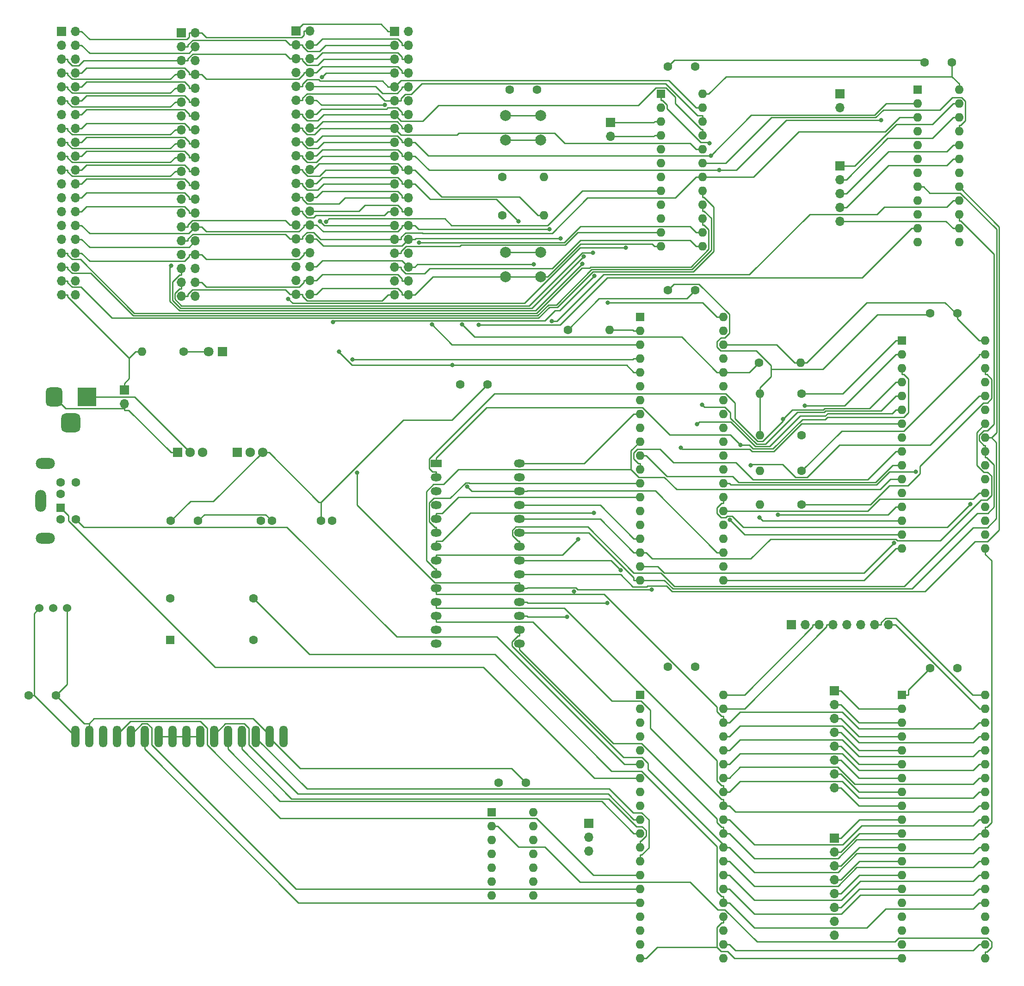
<source format=gbr>
%TF.GenerationSoftware,KiCad,Pcbnew,(6.0.7)*%
%TF.CreationDate,2022-08-21T18:56:40-05:00*%
%TF.ProjectId,6502,36353032-2e6b-4696-9361-645f70636258,rev?*%
%TF.SameCoordinates,Original*%
%TF.FileFunction,Copper,L2,Bot*%
%TF.FilePolarity,Positive*%
%FSLAX46Y46*%
G04 Gerber Fmt 4.6, Leading zero omitted, Abs format (unit mm)*
G04 Created by KiCad (PCBNEW (6.0.7)) date 2022-08-21 18:56:40*
%MOMM*%
%LPD*%
G01*
G04 APERTURE LIST*
G04 Aperture macros list*
%AMRoundRect*
0 Rectangle with rounded corners*
0 $1 Rounding radius*
0 $2 $3 $4 $5 $6 $7 $8 $9 X,Y pos of 4 corners*
0 Add a 4 corners polygon primitive as box body*
4,1,4,$2,$3,$4,$5,$6,$7,$8,$9,$2,$3,0*
0 Add four circle primitives for the rounded corners*
1,1,$1+$1,$2,$3*
1,1,$1+$1,$4,$5*
1,1,$1+$1,$6,$7*
1,1,$1+$1,$8,$9*
0 Add four rect primitives between the rounded corners*
20,1,$1+$1,$2,$3,$4,$5,0*
20,1,$1+$1,$4,$5,$6,$7,0*
20,1,$1+$1,$6,$7,$8,$9,0*
20,1,$1+$1,$8,$9,$2,$3,0*%
G04 Aperture macros list end*
%TA.AperFunction,ComponentPad*%
%ADD10R,1.700000X1.700000*%
%TD*%
%TA.AperFunction,ComponentPad*%
%ADD11O,1.700000X1.700000*%
%TD*%
%TA.AperFunction,ComponentPad*%
%ADD12C,1.600000*%
%TD*%
%TA.AperFunction,ComponentPad*%
%ADD13R,1.600000X1.600000*%
%TD*%
%TA.AperFunction,ComponentPad*%
%ADD14O,1.600000X1.600000*%
%TD*%
%TA.AperFunction,ComponentPad*%
%ADD15O,1.501140X4.000500*%
%TD*%
%TA.AperFunction,ComponentPad*%
%ADD16O,2.000000X4.000000*%
%TD*%
%TA.AperFunction,ComponentPad*%
%ADD17O,3.500000X2.000000*%
%TD*%
%TA.AperFunction,ComponentPad*%
%ADD18R,1.717500X1.800000*%
%TD*%
%TA.AperFunction,ComponentPad*%
%ADD19O,1.717500X1.800000*%
%TD*%
%TA.AperFunction,ComponentPad*%
%ADD20C,1.524000*%
%TD*%
%TA.AperFunction,ComponentPad*%
%ADD21R,3.500000X3.500000*%
%TD*%
%TA.AperFunction,ComponentPad*%
%ADD22RoundRect,0.750000X-0.750000X-1.000000X0.750000X-1.000000X0.750000X1.000000X-0.750000X1.000000X0*%
%TD*%
%TA.AperFunction,ComponentPad*%
%ADD23RoundRect,0.875000X-0.875000X-0.875000X0.875000X-0.875000X0.875000X0.875000X-0.875000X0.875000X0*%
%TD*%
%TA.AperFunction,ComponentPad*%
%ADD24R,2.000000X1.440000*%
%TD*%
%TA.AperFunction,ComponentPad*%
%ADD25O,2.000000X1.440000*%
%TD*%
%TA.AperFunction,ComponentPad*%
%ADD26C,2.000000*%
%TD*%
%TA.AperFunction,ComponentPad*%
%ADD27R,1.800000X1.800000*%
%TD*%
%TA.AperFunction,ComponentPad*%
%ADD28C,1.800000*%
%TD*%
%TA.AperFunction,ViaPad*%
%ADD29C,0.800000*%
%TD*%
%TA.AperFunction,Conductor*%
%ADD30C,0.250000*%
%TD*%
G04 APERTURE END LIST*
D10*
%TO.P,J3,1,Pin_1*%
%TO.N,1pa6*%
X235000000Y-225475000D03*
D11*
%TO.P,J3,2,Pin_2*%
%TO.N,1pa7*%
X235000000Y-228015000D03*
%TO.P,J3,3,Pin_3*%
%TO.N,1pb7*%
X235000000Y-230555000D03*
%TD*%
D12*
%TO.P,C6,1*%
%TO.N,+5V*%
X158500000Y-170000000D03*
%TO.P,C6,2*%
%TO.N,GND*%
X163500000Y-170000000D03*
%TD*%
D13*
%TO.P,U5,1,~{VP}*%
%TO.N,VP*%
X244375000Y-132625000D03*
D14*
%TO.P,U5,2,RDY*%
%TO.N,RDY*%
X244375000Y-135165000D03*
%TO.P,U5,3,PHI1O*%
%TO.N,PHI1O*%
X244375000Y-137705000D03*
%TO.P,U5,4,~{IRQ}*%
%TO.N,IRQ*%
X244375000Y-140245000D03*
%TO.P,U5,5,~{ML}*%
%TO.N,ML*%
X244375000Y-142785000D03*
%TO.P,U5,6,~{NMI}*%
%TO.N,NMI*%
X244375000Y-145325000D03*
%TO.P,U5,7,SYNC*%
%TO.N,SYNC*%
X244375000Y-147865000D03*
%TO.P,U5,8,VDD*%
%TO.N,+5V*%
X244375000Y-150405000D03*
%TO.P,U5,9,A0*%
%TO.N,a0*%
X244375000Y-152945000D03*
%TO.P,U5,10,A1*%
%TO.N,a1*%
X244375000Y-155485000D03*
%TO.P,U5,11,A2*%
%TO.N,a2*%
X244375000Y-158025000D03*
%TO.P,U5,12,A3*%
%TO.N,a3*%
X244375000Y-160565000D03*
%TO.P,U5,13,A4*%
%TO.N,a4*%
X244375000Y-163105000D03*
%TO.P,U5,14,A5*%
%TO.N,a5*%
X244375000Y-165645000D03*
%TO.P,U5,15,A6*%
%TO.N,a6*%
X244375000Y-168185000D03*
%TO.P,U5,16,A7*%
%TO.N,a7*%
X244375000Y-170725000D03*
%TO.P,U5,17,A8*%
%TO.N,a8*%
X244375000Y-173265000D03*
%TO.P,U5,18,A9*%
%TO.N,a9*%
X244375000Y-175805000D03*
%TO.P,U5,19,A10*%
%TO.N,a10*%
X244375000Y-178345000D03*
%TO.P,U5,20,A11*%
%TO.N,a11*%
X244375000Y-180885000D03*
%TO.P,U5,21,VSS*%
%TO.N,GND*%
X259615000Y-180885000D03*
%TO.P,U5,22,A12*%
%TO.N,a12*%
X259615000Y-178345000D03*
%TO.P,U5,23,A13*%
%TO.N,a13*%
X259615000Y-175805000D03*
%TO.P,U5,24,A14*%
%TO.N,a14*%
X259615000Y-173265000D03*
%TO.P,U5,25,A15*%
%TO.N,a15*%
X259615000Y-170725000D03*
%TO.P,U5,26,D7*%
%TO.N,d7*%
X259615000Y-168185000D03*
%TO.P,U5,27,D6*%
%TO.N,d6*%
X259615000Y-165645000D03*
%TO.P,U5,28,D5*%
%TO.N,d5*%
X259615000Y-163105000D03*
%TO.P,U5,29,D4*%
%TO.N,d4*%
X259615000Y-160565000D03*
%TO.P,U5,30,D3*%
%TO.N,d3*%
X259615000Y-158025000D03*
%TO.P,U5,31,D2*%
%TO.N,d2*%
X259615000Y-155485000D03*
%TO.P,U5,32,D1*%
%TO.N,d1*%
X259615000Y-152945000D03*
%TO.P,U5,33,D0*%
%TO.N,d0*%
X259615000Y-150405000D03*
%TO.P,U5,34,~{RW}*%
%TO.N,RW*%
X259615000Y-147865000D03*
%TO.P,U5,35,NC*%
%TO.N,unconnected-(U5-Pad35)*%
X259615000Y-145325000D03*
%TO.P,U5,36,BE*%
%TO.N,BE*%
X259615000Y-142785000D03*
%TO.P,U5,37,PHI2*%
%TO.N,PHI2*%
X259615000Y-140245000D03*
%TO.P,U5,38,~{SO}*%
%TO.N,+5V*%
X259615000Y-137705000D03*
%TO.P,U5,39,PHI2O*%
%TO.N,unconnected-(U5-Pad39)*%
X259615000Y-135165000D03*
%TO.P,U5,40,~{RES}*%
%TO.N,RESET*%
X259615000Y-132625000D03*
%TD*%
D12*
%TO.P,C5,1*%
%TO.N,GND*%
X249500000Y-86750000D03*
%TO.P,C5,2*%
%TO.N,+5V*%
X254500000Y-86750000D03*
%TD*%
D13*
%TO.P,U2,1,S0*%
%TO.N,VIA1_CS*%
X248200000Y-91775000D03*
D14*
%TO.P,U2,2,S1*%
%TO.N,VIA2_CS*%
X248200000Y-94315000D03*
%TO.P,U2,3,S2*%
%TO.N,dev2*%
X248200000Y-96855000D03*
%TO.P,U2,4,S3*%
%TO.N,dev3*%
X248200000Y-99395000D03*
%TO.P,U2,5,S4*%
%TO.N,dev4*%
X248200000Y-101935000D03*
%TO.P,U2,6,S5*%
%TO.N,dev5*%
X248200000Y-104475000D03*
%TO.P,U2,7,S6*%
%TO.N,dev6*%
X248200000Y-107015000D03*
%TO.P,U2,8,S7*%
%TO.N,dev7*%
X248200000Y-109555000D03*
%TO.P,U2,9,S8*%
%TO.N,dev8*%
X248200000Y-112095000D03*
%TO.P,U2,10,S9*%
%TO.N,dev9*%
X248200000Y-114635000D03*
%TO.P,U2,11,S10*%
%TO.N,dev10*%
X248200000Y-117175000D03*
%TO.P,U2,12,GND*%
%TO.N,GND*%
X248200000Y-119715000D03*
%TO.P,U2,13,S11*%
%TO.N,dev11*%
X255820000Y-119715000D03*
%TO.P,U2,14,S12*%
%TO.N,dev12*%
X255820000Y-117175000D03*
%TO.P,U2,15,S13*%
%TO.N,dev13*%
X255820000Y-114635000D03*
%TO.P,U2,16,S14*%
%TO.N,dev14*%
X255820000Y-112095000D03*
%TO.P,U2,17,S15*%
%TO.N,dev15*%
X255820000Y-109555000D03*
%TO.P,U2,18,E0*%
%TO.N,a15*%
X255820000Y-107015000D03*
%TO.P,U2,19,E1*%
%TO.N,DEVICE_CS*%
X255820000Y-104475000D03*
%TO.P,U2,20,A3*%
%TO.N,a7*%
X255820000Y-101935000D03*
%TO.P,U2,21,A2*%
%TO.N,a6*%
X255820000Y-99395000D03*
%TO.P,U2,22,A1*%
%TO.N,a5*%
X255820000Y-96855000D03*
%TO.P,U2,23,A0*%
%TO.N,a4*%
X255820000Y-94315000D03*
%TO.P,U2,24,VCC*%
%TO.N,+5V*%
X255820000Y-91775000D03*
%TD*%
D15*
%TO.P,U9,1,VSS*%
%TO.N,GND*%
X141000840Y-209499420D03*
%TO.P,U9,2,VDD*%
%TO.N,+5V*%
X143540840Y-209499420D03*
%TO.P,U9,3,VO*%
%TO.N,Net-(RV1-Pad2)*%
X146080840Y-209499420D03*
%TO.P,U9,4,RS*%
%TO.N,1pb4*%
X148620840Y-209499420D03*
%TO.P,U9,5,R/W*%
%TO.N,1pb5*%
X151160840Y-209499420D03*
%TO.P,U9,6,E*%
%TO.N,1pb6*%
X153700840Y-209499420D03*
%TO.P,U9,7,DB0*%
%TO.N,GND*%
X156240840Y-209499420D03*
%TO.P,U9,8,DB1*%
X158780840Y-209499420D03*
%TO.P,U9,9,DB2*%
X161320840Y-209499420D03*
%TO.P,U9,10,DB3*%
X163860840Y-209499420D03*
%TO.P,U9,11,DB4*%
%TO.N,1pb0*%
X166400840Y-209499420D03*
%TO.P,U9,12,DB5*%
%TO.N,1pb1*%
X168940840Y-209499420D03*
%TO.P,U9,13,DB6*%
%TO.N,1pb2*%
X171480840Y-209499420D03*
%TO.P,U9,14,DB7*%
%TO.N,1pb3*%
X174020840Y-209499420D03*
%TO.P,U9,15,A*%
%TO.N,+5V*%
X176560840Y-209499420D03*
%TO.P,U9,16,K*%
%TO.N,GND*%
X179100840Y-209499420D03*
%TD*%
D12*
%TO.P,R7,1*%
%TO.N,1pa3*%
X274000000Y-146680000D03*
D14*
%TO.P,R7,2*%
%TO.N,GND*%
X266380000Y-146680000D03*
%TD*%
D12*
%TO.P,R8,1*%
%TO.N,BE*%
X266190000Y-141000000D03*
D14*
%TO.P,R8,2*%
%TO.N,+5V*%
X273810000Y-141000000D03*
%TD*%
D12*
%TO.P,R2,1*%
%TO.N,+5V*%
X231190000Y-135000000D03*
D14*
%TO.P,R2,2*%
%TO.N,RDY*%
X238810000Y-135000000D03*
%TD*%
D16*
%TO.P,J11,7*%
%TO.N,N/C*%
X134710000Y-166340000D03*
D12*
%TO.P,J11,6*%
%TO.N,unconnected-(J11-Pad6)*%
X141160000Y-162940000D03*
%TO.P,J11,5*%
%TO.N,1pa4*%
X141160000Y-169740000D03*
%TO.P,J11,4*%
%TO.N,+5V*%
X138360000Y-162940000D03*
%TO.P,J11,3*%
%TO.N,GND*%
X138360000Y-169740000D03*
%TO.P,J11,2*%
%TO.N,unconnected-(J11-Pad2)*%
X138360000Y-165040000D03*
D13*
%TO.P,J11,1*%
%TO.N,1pa5*%
X138360000Y-167640000D03*
D17*
%TO.P,J11,7*%
%TO.N,N/C*%
X135510000Y-173190000D03*
X135510000Y-159490000D03*
%TD*%
D12*
%TO.P,C10,1*%
%TO.N,GND*%
X249500000Y-196750000D03*
%TO.P,C10,2*%
%TO.N,+5V*%
X254500000Y-196750000D03*
%TD*%
D18*
%TO.P,U10,1,VI*%
%TO.N,Net-(C12-Pad1)*%
X170710000Y-157433300D03*
D19*
%TO.P,U10,2,GND*%
%TO.N,GND*%
X173000000Y-157433300D03*
%TO.P,U10,3,VO*%
%TO.N,+5V*%
X175290000Y-157433300D03*
%TD*%
D13*
%TO.P,X1,1,NC*%
%TO.N,unconnected-(X1-Pad1)*%
X158380000Y-191810000D03*
D12*
%TO.P,X1,7,GND*%
%TO.N,GND*%
X173620000Y-191810000D03*
%TO.P,X1,8,OUT*%
%TO.N,PHI2*%
X173620000Y-184190000D03*
%TO.P,X1,14,Vcc*%
%TO.N,+5V*%
X158380000Y-184190000D03*
%TD*%
D10*
%TO.P,J12,1,Pin_1*%
%TO.N,a0*%
X138460000Y-80280000D03*
D11*
%TO.P,J12,2,Pin_2*%
%TO.N,d0*%
X141000000Y-80280000D03*
%TO.P,J12,3,Pin_3*%
%TO.N,a1*%
X138460000Y-82820000D03*
%TO.P,J12,4,Pin_4*%
%TO.N,d1*%
X141000000Y-82820000D03*
%TO.P,J12,5,Pin_5*%
%TO.N,a2*%
X138460000Y-85360000D03*
%TO.P,J12,6,Pin_6*%
%TO.N,d2*%
X141000000Y-85360000D03*
%TO.P,J12,7,Pin_7*%
%TO.N,a3*%
X138460000Y-87900000D03*
%TO.P,J12,8,Pin_8*%
%TO.N,d3*%
X141000000Y-87900000D03*
%TO.P,J12,9,Pin_9*%
%TO.N,a4*%
X138460000Y-90440000D03*
%TO.P,J12,10,Pin_10*%
%TO.N,d4*%
X141000000Y-90440000D03*
%TO.P,J12,11,Pin_11*%
%TO.N,a5*%
X138460000Y-92980000D03*
%TO.P,J12,12,Pin_12*%
%TO.N,d5*%
X141000000Y-92980000D03*
%TO.P,J12,13,Pin_13*%
%TO.N,a6*%
X138460000Y-95520000D03*
%TO.P,J12,14,Pin_14*%
%TO.N,d6*%
X141000000Y-95520000D03*
%TO.P,J12,15,Pin_15*%
%TO.N,a7*%
X138460000Y-98060000D03*
%TO.P,J12,16,Pin_16*%
%TO.N,d7*%
X141000000Y-98060000D03*
%TO.P,J12,17,Pin_17*%
%TO.N,a8*%
X138460000Y-100600000D03*
%TO.P,J12,18,Pin_18*%
%TO.N,RW*%
X141000000Y-100600000D03*
%TO.P,J12,19,Pin_19*%
%TO.N,a9*%
X138460000Y-103140000D03*
%TO.P,J12,20,Pin_20*%
%TO.N,PHI2*%
X141000000Y-103140000D03*
%TO.P,J12,21,Pin_21*%
%TO.N,a10*%
X138460000Y-105680000D03*
%TO.P,J12,22,Pin_22*%
%TO.N,RESET*%
X141000000Y-105680000D03*
%TO.P,J12,23,Pin_23*%
%TO.N,a11*%
X138460000Y-108220000D03*
%TO.P,J12,24,Pin_24*%
%TO.N,SYNC*%
X141000000Y-108220000D03*
%TO.P,J12,25,Pin_25*%
%TO.N,a12*%
X138460000Y-110760000D03*
%TO.P,J12,26,Pin_26*%
%TO.N,IRQ*%
X141000000Y-110760000D03*
%TO.P,J12,27,Pin_27*%
%TO.N,a13*%
X138460000Y-113300000D03*
%TO.P,J12,28,Pin_28*%
%TO.N,BE*%
X141000000Y-113300000D03*
%TO.P,J12,29,Pin_29*%
%TO.N,a14*%
X138460000Y-115840000D03*
%TO.P,J12,30,Pin_30*%
%TO.N,RDY*%
X141000000Y-115840000D03*
%TO.P,J12,31,Pin_31*%
%TO.N,a15*%
X138460000Y-118380000D03*
%TO.P,J12,32,Pin_32*%
%TO.N,VP*%
X141000000Y-118380000D03*
%TO.P,J12,33,Pin_33*%
%TO.N,dev13*%
X138460000Y-120920000D03*
%TO.P,J12,34,Pin_34*%
%TO.N,ML*%
X141000000Y-120920000D03*
%TO.P,J12,35,Pin_35*%
%TO.N,dev14*%
X138460000Y-123460000D03*
%TO.P,J12,36,Pin_36*%
%TO.N,NMI*%
X141000000Y-123460000D03*
%TO.P,J12,37,Pin_37*%
%TO.N,dev15*%
X138460000Y-126000000D03*
%TO.P,J12,38,Pin_38*%
%TO.N,PHI1O*%
X141000000Y-126000000D03*
%TO.P,J12,39,Pin_39*%
%TO.N,+5V*%
X138460000Y-128540000D03*
%TO.P,J12,40,Pin_40*%
%TO.N,GND*%
X141000000Y-128540000D03*
%TD*%
D10*
%TO.P,J10,1,Pin_1*%
%TO.N,a0*%
X199460000Y-80280000D03*
D11*
%TO.P,J10,2,Pin_2*%
%TO.N,d0*%
X202000000Y-80280000D03*
%TO.P,J10,3,Pin_3*%
%TO.N,a1*%
X199460000Y-82820000D03*
%TO.P,J10,4,Pin_4*%
%TO.N,d1*%
X202000000Y-82820000D03*
%TO.P,J10,5,Pin_5*%
%TO.N,a2*%
X199460000Y-85360000D03*
%TO.P,J10,6,Pin_6*%
%TO.N,d2*%
X202000000Y-85360000D03*
%TO.P,J10,7,Pin_7*%
%TO.N,a3*%
X199460000Y-87900000D03*
%TO.P,J10,8,Pin_8*%
%TO.N,d3*%
X202000000Y-87900000D03*
%TO.P,J10,9,Pin_9*%
%TO.N,a4*%
X199460000Y-90440000D03*
%TO.P,J10,10,Pin_10*%
%TO.N,d4*%
X202000000Y-90440000D03*
%TO.P,J10,11,Pin_11*%
%TO.N,a5*%
X199460000Y-92980000D03*
%TO.P,J10,12,Pin_12*%
%TO.N,d5*%
X202000000Y-92980000D03*
%TO.P,J10,13,Pin_13*%
%TO.N,a6*%
X199460000Y-95520000D03*
%TO.P,J10,14,Pin_14*%
%TO.N,d6*%
X202000000Y-95520000D03*
%TO.P,J10,15,Pin_15*%
%TO.N,a7*%
X199460000Y-98060000D03*
%TO.P,J10,16,Pin_16*%
%TO.N,d7*%
X202000000Y-98060000D03*
%TO.P,J10,17,Pin_17*%
%TO.N,a8*%
X199460000Y-100600000D03*
%TO.P,J10,18,Pin_18*%
%TO.N,RW*%
X202000000Y-100600000D03*
%TO.P,J10,19,Pin_19*%
%TO.N,a9*%
X199460000Y-103140000D03*
%TO.P,J10,20,Pin_20*%
%TO.N,PHI2*%
X202000000Y-103140000D03*
%TO.P,J10,21,Pin_21*%
%TO.N,a10*%
X199460000Y-105680000D03*
%TO.P,J10,22,Pin_22*%
%TO.N,RESET*%
X202000000Y-105680000D03*
%TO.P,J10,23,Pin_23*%
%TO.N,a11*%
X199460000Y-108220000D03*
%TO.P,J10,24,Pin_24*%
%TO.N,SYNC*%
X202000000Y-108220000D03*
%TO.P,J10,25,Pin_25*%
%TO.N,a12*%
X199460000Y-110760000D03*
%TO.P,J10,26,Pin_26*%
%TO.N,IRQ*%
X202000000Y-110760000D03*
%TO.P,J10,27,Pin_27*%
%TO.N,a13*%
X199460000Y-113300000D03*
%TO.P,J10,28,Pin_28*%
%TO.N,BE*%
X202000000Y-113300000D03*
%TO.P,J10,29,Pin_29*%
%TO.N,a14*%
X199460000Y-115840000D03*
%TO.P,J10,30,Pin_30*%
%TO.N,RDY*%
X202000000Y-115840000D03*
%TO.P,J10,31,Pin_31*%
%TO.N,a15*%
X199460000Y-118380000D03*
%TO.P,J10,32,Pin_32*%
%TO.N,VP*%
X202000000Y-118380000D03*
%TO.P,J10,33,Pin_33*%
%TO.N,dev10*%
X199460000Y-120920000D03*
%TO.P,J10,34,Pin_34*%
%TO.N,ML*%
X202000000Y-120920000D03*
%TO.P,J10,35,Pin_35*%
%TO.N,dev11*%
X199460000Y-123460000D03*
%TO.P,J10,36,Pin_36*%
%TO.N,NMI*%
X202000000Y-123460000D03*
%TO.P,J10,37,Pin_37*%
%TO.N,dev12*%
X199460000Y-126000000D03*
%TO.P,J10,38,Pin_38*%
%TO.N,PHI1O*%
X202000000Y-126000000D03*
%TO.P,J10,39,Pin_39*%
%TO.N,+5V*%
X199460000Y-128540000D03*
%TO.P,J10,40,Pin_40*%
%TO.N,GND*%
X202000000Y-128540000D03*
%TD*%
D12*
%TO.P,C8,1*%
%TO.N,NMI*%
X220500000Y-91000000D03*
%TO.P,C8,2*%
%TO.N,GND*%
X225500000Y-91000000D03*
%TD*%
%TO.P,R6,1*%
%TO.N,+5V*%
X219190000Y-114000000D03*
D14*
%TO.P,R6,2*%
%TO.N,RESET*%
X226810000Y-114000000D03*
%TD*%
D10*
%TO.P,J14,1,Pin_1*%
%TO.N,+5V*%
X150000000Y-146000000D03*
D11*
%TO.P,J14,2,Pin_2*%
%TO.N,GND*%
X150000000Y-148540000D03*
%TD*%
D13*
%TO.P,U4,1,OD/CLK*%
%TO.N,PHI2*%
X295200000Y-91025000D03*
D14*
%TO.P,U4,2,I0*%
%TO.N,RW*%
X295200000Y-93565000D03*
%TO.P,U4,3,I1*%
%TO.N,a15*%
X295200000Y-96105000D03*
%TO.P,U4,4,I2*%
%TO.N,EXT_IN2*%
X295200000Y-98645000D03*
%TO.P,U4,5,I3*%
%TO.N,a14*%
X295200000Y-101185000D03*
%TO.P,U4,6,I4*%
%TO.N,a13*%
X295200000Y-103725000D03*
%TO.P,U4,7,I5*%
%TO.N,a12*%
X295200000Y-106265000D03*
%TO.P,U4,8,I6*%
%TO.N,a11*%
X295200000Y-108805000D03*
%TO.P,U4,9,I7*%
%TO.N,a10*%
X295200000Y-111345000D03*
%TO.P,U4,10,I8*%
%TO.N,a9*%
X295200000Y-113885000D03*
%TO.P,U4,11,I9*%
%TO.N,a8*%
X295200000Y-116425000D03*
%TO.P,U4,12,GND*%
%TO.N,GND*%
X295200000Y-118965000D03*
%TO.P,U4,13,CLK/OD*%
%TO.N,EXT_IN1*%
X302820000Y-118965000D03*
%TO.P,U4,14,LR/O4*%
%TO.N,decode4*%
X302820000Y-116425000D03*
%TO.P,U4,15,A0/O3*%
%TO.N,OE*%
X302820000Y-113885000D03*
%TO.P,U4,16,A1/O2*%
%TO.N,WE*%
X302820000Y-111345000D03*
%TO.P,U4,17,A2/O1*%
%TO.N,ROM_CS*%
X302820000Y-108805000D03*
%TO.P,U4,18,NC/O0*%
%TO.N,RAM_CS*%
X302820000Y-106265000D03*
%TO.P,U4,19,O4/NC*%
%TO.N,decode3*%
X302820000Y-103725000D03*
%TO.P,U4,20,O3/A2*%
%TO.N,decode2*%
X302820000Y-101185000D03*
%TO.P,U4,21,O2/A1*%
%TO.N,DEVICE_CS*%
X302820000Y-98645000D03*
%TO.P,U4,22,O1/A0*%
%TO.N,decode1*%
X302820000Y-96105000D03*
%TO.P,U4,23,O0/LR*%
%TO.N,decode0*%
X302820000Y-93565000D03*
%TO.P,U4,24,VCC*%
%TO.N,+5V*%
X302820000Y-91025000D03*
%TD*%
D12*
%TO.P,C9,1*%
%TO.N,GND*%
X296500000Y-86000000D03*
%TO.P,C9,2*%
%TO.N,+5V*%
X301500000Y-86000000D03*
%TD*%
D10*
%TO.P,J8,1,Pin_1*%
%TO.N,EXT_IN1*%
X281000000Y-91775000D03*
D11*
%TO.P,J8,2,Pin_2*%
%TO.N,EXT_IN2*%
X281000000Y-94315000D03*
%TD*%
D13*
%TO.P,U1,1*%
%TO.N,1VIA_IRQ*%
X217200000Y-223375000D03*
D14*
%TO.P,U1,2*%
%TO.N,2VIA_IRQ*%
X217200000Y-225915000D03*
%TO.P,U1,3*%
%TO.N,IRQ*%
X217200000Y-228455000D03*
%TO.P,U1,4*%
%TO.N,N/C*%
X217200000Y-230995000D03*
%TO.P,U1,5*%
X217200000Y-233535000D03*
%TO.P,U1,6*%
X217200000Y-236075000D03*
%TO.P,U1,7,GND*%
%TO.N,GND*%
X217200000Y-238615000D03*
%TO.P,U1,8*%
%TO.N,N/C*%
X224820000Y-238615000D03*
%TO.P,U1,9*%
X224820000Y-236075000D03*
%TO.P,U1,10*%
X224820000Y-233535000D03*
%TO.P,U1,11*%
X224820000Y-230995000D03*
%TO.P,U1,12*%
X224820000Y-228455000D03*
%TO.P,U1,13*%
X224820000Y-225915000D03*
%TO.P,U1,14,VCC*%
%TO.N,+5V*%
X224820000Y-223375000D03*
%TD*%
D12*
%TO.P,C7,1*%
%TO.N,GND*%
X211500000Y-145000000D03*
%TO.P,C7,2*%
%TO.N,+5V*%
X216500000Y-145000000D03*
%TD*%
%TO.P,C13,1*%
%TO.N,+5V*%
X186000000Y-170000000D03*
%TO.P,C13,2*%
%TO.N,GND*%
X188000000Y-170000000D03*
%TD*%
D20*
%TO.P,RV1,1,1*%
%TO.N,GND*%
X134460000Y-186000000D03*
%TO.P,RV1,2,2*%
%TO.N,Net-(RV1-Pad2)*%
X137000000Y-186000000D03*
%TO.P,RV1,3,3*%
%TO.N,+5V*%
X139540000Y-186000000D03*
%TD*%
D12*
%TO.P,R9,1*%
%TO.N,Net-(D1-Pad2)*%
X160810000Y-139000000D03*
D14*
%TO.P,R9,2*%
%TO.N,+5V*%
X153190000Y-139000000D03*
%TD*%
D10*
%TO.P,J9,1,Pin_1*%
%TO.N,dev2*%
X239000000Y-97000000D03*
D11*
%TO.P,J9,2,Pin_2*%
%TO.N,dev3*%
X239000000Y-99540000D03*
%TD*%
D12*
%TO.P,C4,1*%
%TO.N,GND*%
X297500000Y-132000000D03*
%TO.P,C4,2*%
%TO.N,+5V*%
X302500000Y-132000000D03*
%TD*%
D10*
%TO.P,J2,1,Pin_1*%
%TO.N,2pa0*%
X280000000Y-201125000D03*
D11*
%TO.P,J2,2,Pin_2*%
%TO.N,2pa1*%
X280000000Y-203665000D03*
%TO.P,J2,3,Pin_3*%
%TO.N,2pa2*%
X280000000Y-206205000D03*
%TO.P,J2,4,Pin_4*%
%TO.N,2pa3*%
X280000000Y-208745000D03*
%TO.P,J2,5,Pin_5*%
%TO.N,2pa4*%
X280000000Y-211285000D03*
%TO.P,J2,6,Pin_6*%
%TO.N,2pa5*%
X280000000Y-213825000D03*
%TO.P,J2,7,Pin_7*%
%TO.N,2pa6*%
X280000000Y-216365000D03*
%TO.P,J2,8,Pin_8*%
%TO.N,2pa7*%
X280000000Y-218905000D03*
%TD*%
D10*
%TO.P,J5,1,Pin_1*%
%TO.N,1CB2*%
X272125000Y-189000000D03*
D11*
%TO.P,J5,2,Pin_2*%
%TO.N,1CB1*%
X274665000Y-189000000D03*
%TO.P,J5,3,Pin_3*%
%TO.N,1CA1*%
X277205000Y-189000000D03*
%TO.P,J5,4,Pin_4*%
%TO.N,1CA2*%
X279745000Y-189000000D03*
%TO.P,J5,5,Pin_5*%
%TO.N,2CB1*%
X282285000Y-189000000D03*
%TO.P,J5,6,Pin_6*%
%TO.N,2CB2*%
X284825000Y-189000000D03*
%TO.P,J5,7,Pin_7*%
%TO.N,2CA1*%
X287365000Y-189000000D03*
%TO.P,J5,8,Pin_8*%
%TO.N,2CA2*%
X289905000Y-189000000D03*
%TD*%
D12*
%TO.P,C12,1*%
%TO.N,Net-(C12-Pad1)*%
X175000000Y-170000000D03*
%TO.P,C12,2*%
%TO.N,GND*%
X177000000Y-170000000D03*
%TD*%
D13*
%TO.P,U7,1,VSS*%
%TO.N,GND*%
X292375000Y-201875000D03*
D14*
%TO.P,U7,2,PA0*%
%TO.N,2pa0*%
X292375000Y-204415000D03*
%TO.P,U7,3,PA1*%
%TO.N,2pa1*%
X292375000Y-206955000D03*
%TO.P,U7,4,PA2*%
%TO.N,2pa2*%
X292375000Y-209495000D03*
%TO.P,U7,5,PA3*%
%TO.N,2pa3*%
X292375000Y-212035000D03*
%TO.P,U7,6,PA4*%
%TO.N,2pa4*%
X292375000Y-214575000D03*
%TO.P,U7,7,PA5*%
%TO.N,2pa5*%
X292375000Y-217115000D03*
%TO.P,U7,8,PA6*%
%TO.N,2pa6*%
X292375000Y-219655000D03*
%TO.P,U7,9,PA7*%
%TO.N,2pa7*%
X292375000Y-222195000D03*
%TO.P,U7,10,PB0*%
%TO.N,2pb0*%
X292375000Y-224735000D03*
%TO.P,U7,11,PB1*%
%TO.N,2pb1*%
X292375000Y-227275000D03*
%TO.P,U7,12,PB2*%
%TO.N,2pb2*%
X292375000Y-229815000D03*
%TO.P,U7,13,PB3*%
%TO.N,2pb3*%
X292375000Y-232355000D03*
%TO.P,U7,14,PB4*%
%TO.N,2pb4*%
X292375000Y-234895000D03*
%TO.P,U7,15,PB5*%
%TO.N,2pb5*%
X292375000Y-237435000D03*
%TO.P,U7,16,PB6*%
%TO.N,2pb6*%
X292375000Y-239975000D03*
%TO.P,U7,17,PB7*%
%TO.N,2pb7*%
X292375000Y-242515000D03*
%TO.P,U7,18,CB1*%
%TO.N,2CB1*%
X292375000Y-245055000D03*
%TO.P,U7,19,CB2*%
%TO.N,2CB2*%
X292375000Y-247595000D03*
%TO.P,U7,20,VDD*%
%TO.N,+5V*%
X292375000Y-250135000D03*
%TO.P,U7,21,~{IRQ}*%
%TO.N,2VIA_IRQ*%
X307615000Y-250135000D03*
%TO.P,U7,22,R~{W}*%
%TO.N,RW*%
X307615000Y-247595000D03*
%TO.P,U7,23,~{CS2}*%
%TO.N,VIA2_CS*%
X307615000Y-245055000D03*
%TO.P,U7,24,CS1*%
%TO.N,+5V*%
X307615000Y-242515000D03*
%TO.P,U7,25,PHI2*%
%TO.N,PHI2*%
X307615000Y-239975000D03*
%TO.P,U7,26,D7*%
%TO.N,d7*%
X307615000Y-237435000D03*
%TO.P,U7,27,D6*%
%TO.N,d6*%
X307615000Y-234895000D03*
%TO.P,U7,28,D5*%
%TO.N,d5*%
X307615000Y-232355000D03*
%TO.P,U7,29,D4*%
%TO.N,d4*%
X307615000Y-229815000D03*
%TO.P,U7,30,D3*%
%TO.N,d3*%
X307615000Y-227275000D03*
%TO.P,U7,31,D2*%
%TO.N,d2*%
X307615000Y-224735000D03*
%TO.P,U7,32,D1*%
%TO.N,d1*%
X307615000Y-222195000D03*
%TO.P,U7,33,D0*%
%TO.N,d0*%
X307615000Y-219655000D03*
%TO.P,U7,34,~{RES}*%
%TO.N,RESET*%
X307615000Y-217115000D03*
%TO.P,U7,35,RS3*%
%TO.N,a3*%
X307615000Y-214575000D03*
%TO.P,U7,36,RS2*%
%TO.N,a2*%
X307615000Y-212035000D03*
%TO.P,U7,37,RS1*%
%TO.N,a1*%
X307615000Y-209495000D03*
%TO.P,U7,38,RS0*%
%TO.N,a0*%
X307615000Y-206955000D03*
%TO.P,U7,39,CA2*%
%TO.N,2CA2*%
X307615000Y-204415000D03*
%TO.P,U7,40,CA1*%
%TO.N,2CA1*%
X307615000Y-201875000D03*
%TD*%
D12*
%TO.P,C2,1*%
%TO.N,GND*%
X297500000Y-197000000D03*
%TO.P,C2,2*%
%TO.N,+5V*%
X302500000Y-197000000D03*
%TD*%
D10*
%TO.P,J4,1,Pin_1*%
%TO.N,a0*%
X160460000Y-80560000D03*
D11*
%TO.P,J4,2,Pin_2*%
%TO.N,d0*%
X163000000Y-80560000D03*
%TO.P,J4,3,Pin_3*%
%TO.N,a1*%
X160460000Y-83100000D03*
%TO.P,J4,4,Pin_4*%
%TO.N,d1*%
X163000000Y-83100000D03*
%TO.P,J4,5,Pin_5*%
%TO.N,a2*%
X160460000Y-85640000D03*
%TO.P,J4,6,Pin_6*%
%TO.N,d2*%
X163000000Y-85640000D03*
%TO.P,J4,7,Pin_7*%
%TO.N,a3*%
X160460000Y-88180000D03*
%TO.P,J4,8,Pin_8*%
%TO.N,d3*%
X163000000Y-88180000D03*
%TO.P,J4,9,Pin_9*%
%TO.N,a4*%
X160460000Y-90720000D03*
%TO.P,J4,10,Pin_10*%
%TO.N,d4*%
X163000000Y-90720000D03*
%TO.P,J4,11,Pin_11*%
%TO.N,a5*%
X160460000Y-93260000D03*
%TO.P,J4,12,Pin_12*%
%TO.N,d5*%
X163000000Y-93260000D03*
%TO.P,J4,13,Pin_13*%
%TO.N,a6*%
X160460000Y-95800000D03*
%TO.P,J4,14,Pin_14*%
%TO.N,d6*%
X163000000Y-95800000D03*
%TO.P,J4,15,Pin_15*%
%TO.N,a7*%
X160460000Y-98340000D03*
%TO.P,J4,16,Pin_16*%
%TO.N,d7*%
X163000000Y-98340000D03*
%TO.P,J4,17,Pin_17*%
%TO.N,a8*%
X160460000Y-100880000D03*
%TO.P,J4,18,Pin_18*%
%TO.N,RW*%
X163000000Y-100880000D03*
%TO.P,J4,19,Pin_19*%
%TO.N,a9*%
X160460000Y-103420000D03*
%TO.P,J4,20,Pin_20*%
%TO.N,PHI2*%
X163000000Y-103420000D03*
%TO.P,J4,21,Pin_21*%
%TO.N,a10*%
X160460000Y-105960000D03*
%TO.P,J4,22,Pin_22*%
%TO.N,RESET*%
X163000000Y-105960000D03*
%TO.P,J4,23,Pin_23*%
%TO.N,a11*%
X160460000Y-108500000D03*
%TO.P,J4,24,Pin_24*%
%TO.N,SYNC*%
X163000000Y-108500000D03*
%TO.P,J4,25,Pin_25*%
%TO.N,a12*%
X160460000Y-111040000D03*
%TO.P,J4,26,Pin_26*%
%TO.N,IRQ*%
X163000000Y-111040000D03*
%TO.P,J4,27,Pin_27*%
%TO.N,a13*%
X160460000Y-113580000D03*
%TO.P,J4,28,Pin_28*%
%TO.N,BE*%
X163000000Y-113580000D03*
%TO.P,J4,29,Pin_29*%
%TO.N,a14*%
X160460000Y-116120000D03*
%TO.P,J4,30,Pin_30*%
%TO.N,RDY*%
X163000000Y-116120000D03*
%TO.P,J4,31,Pin_31*%
%TO.N,a15*%
X160460000Y-118660000D03*
%TO.P,J4,32,Pin_32*%
%TO.N,VP*%
X163000000Y-118660000D03*
%TO.P,J4,33,Pin_33*%
%TO.N,dev4*%
X160460000Y-121200000D03*
%TO.P,J4,34,Pin_34*%
%TO.N,ML*%
X163000000Y-121200000D03*
%TO.P,J4,35,Pin_35*%
%TO.N,dev5*%
X160460000Y-123740000D03*
%TO.P,J4,36,Pin_36*%
%TO.N,NMI*%
X163000000Y-123740000D03*
%TO.P,J4,37,Pin_37*%
%TO.N,dev6*%
X160460000Y-126280000D03*
%TO.P,J4,38,Pin_38*%
%TO.N,PHI1O*%
X163000000Y-126280000D03*
%TO.P,J4,39,Pin_39*%
%TO.N,+5V*%
X160460000Y-128820000D03*
%TO.P,J4,40,Pin_40*%
%TO.N,GND*%
X163000000Y-128820000D03*
%TD*%
D12*
%TO.P,R4,1*%
%TO.N,1pa1*%
X274000000Y-154300000D03*
D14*
%TO.P,R4,2*%
%TO.N,GND*%
X266380000Y-154300000D03*
%TD*%
D21*
%TO.P,J13,1*%
%TO.N,Net-(J13-Pad1)*%
X143160000Y-147320000D03*
D22*
%TO.P,J13,2*%
%TO.N,GND*%
X137160000Y-147320000D03*
D23*
%TO.P,J13,3*%
%TO.N,N/C*%
X140160000Y-152020000D03*
%TD*%
D24*
%TO.P,U3,1,A14*%
%TO.N,a14*%
X207107500Y-159510000D03*
D25*
%TO.P,U3,2,A12*%
%TO.N,a12*%
X207107500Y-162050000D03*
%TO.P,U3,3,A7*%
%TO.N,a7*%
X207107500Y-164590000D03*
%TO.P,U3,4,A6*%
%TO.N,a6*%
X207107500Y-167130000D03*
%TO.P,U3,5,A5*%
%TO.N,a5*%
X207107500Y-169670000D03*
%TO.P,U3,6,A4*%
%TO.N,a4*%
X207107500Y-172210000D03*
%TO.P,U3,7,A3*%
%TO.N,a3*%
X207107500Y-174750000D03*
%TO.P,U3,8,A2*%
%TO.N,a2*%
X207107500Y-177290000D03*
%TO.P,U3,9,A1*%
%TO.N,a1*%
X207107500Y-179830000D03*
%TO.P,U3,10,A0*%
%TO.N,a0*%
X207107500Y-182370000D03*
%TO.P,U3,11,D0*%
%TO.N,d0*%
X207107500Y-184910000D03*
%TO.P,U3,12,D1*%
%TO.N,d1*%
X207107500Y-187450000D03*
%TO.P,U3,13,D2*%
%TO.N,d2*%
X207107500Y-189990000D03*
%TO.P,U3,14,GND*%
%TO.N,GND*%
X207107500Y-192530000D03*
%TO.P,U3,15,D3*%
%TO.N,d3*%
X222347500Y-192530000D03*
%TO.P,U3,16,D4*%
%TO.N,d4*%
X222347500Y-189990000D03*
%TO.P,U3,17,D5*%
%TO.N,d5*%
X222347500Y-187450000D03*
%TO.P,U3,18,D6*%
%TO.N,d6*%
X222347500Y-184910000D03*
%TO.P,U3,19,D7*%
%TO.N,d7*%
X222347500Y-182370000D03*
%TO.P,U3,20,~{CS}*%
%TO.N,ROM_CS*%
X222347500Y-179830000D03*
%TO.P,U3,21,A10*%
%TO.N,a10*%
X222347500Y-177290000D03*
%TO.P,U3,22,~{OE}*%
%TO.N,OE*%
X222347500Y-174750000D03*
%TO.P,U3,23,A11*%
%TO.N,a11*%
X222347500Y-172210000D03*
%TO.P,U3,24,A9*%
%TO.N,a9*%
X222347500Y-169670000D03*
%TO.P,U3,25,A8*%
%TO.N,a8*%
X222347500Y-167130000D03*
%TO.P,U3,26,A13*%
%TO.N,a13*%
X222347500Y-164590000D03*
%TO.P,U3,27,~{WE}*%
%TO.N,WE*%
X222347500Y-162050000D03*
%TO.P,U3,28,VCC*%
%TO.N,+5V*%
X222347500Y-159510000D03*
%TD*%
D26*
%TO.P,SW1,1,1*%
%TO.N,GND*%
X226250000Y-95750000D03*
X219750000Y-95750000D03*
%TO.P,SW1,2,2*%
%TO.N,NMI*%
X219750000Y-100250000D03*
X226250000Y-100250000D03*
%TD*%
D12*
%TO.P,C1,1*%
%TO.N,GND*%
X218500000Y-218000000D03*
%TO.P,C1,2*%
%TO.N,+5V*%
X223500000Y-218000000D03*
%TD*%
D18*
%TO.P,Q1,1,G*%
%TO.N,GND*%
X159710000Y-157433300D03*
D19*
%TO.P,Q1,2,D*%
%TO.N,Net-(J13-Pad1)*%
X162000000Y-157433300D03*
%TO.P,Q1,3,S*%
%TO.N,Net-(C12-Pad1)*%
X164290000Y-157433300D03*
%TD*%
D10*
%TO.P,J6,1,Pin_1*%
%TO.N,decode0*%
X281000000Y-104925000D03*
D11*
%TO.P,J6,2,Pin_2*%
%TO.N,decode1*%
X281000000Y-107465000D03*
%TO.P,J6,3,Pin_3*%
%TO.N,decode2*%
X281000000Y-110005000D03*
%TO.P,J6,4,Pin_4*%
%TO.N,decode3*%
X281000000Y-112545000D03*
%TO.P,J6,5,Pin_5*%
%TO.N,decode4*%
X281000000Y-115085000D03*
%TD*%
D12*
%TO.P,C3,1*%
%TO.N,GND*%
X249500000Y-127750000D03*
%TO.P,C3,2*%
%TO.N,+5V*%
X254500000Y-127750000D03*
%TD*%
D10*
%TO.P,J7,1,Pin_1*%
%TO.N,a0*%
X181460000Y-80205000D03*
D11*
%TO.P,J7,2,Pin_2*%
%TO.N,d0*%
X184000000Y-80205000D03*
%TO.P,J7,3,Pin_3*%
%TO.N,a1*%
X181460000Y-82745000D03*
%TO.P,J7,4,Pin_4*%
%TO.N,d1*%
X184000000Y-82745000D03*
%TO.P,J7,5,Pin_5*%
%TO.N,a2*%
X181460000Y-85285000D03*
%TO.P,J7,6,Pin_6*%
%TO.N,d2*%
X184000000Y-85285000D03*
%TO.P,J7,7,Pin_7*%
%TO.N,a3*%
X181460000Y-87825000D03*
%TO.P,J7,8,Pin_8*%
%TO.N,d3*%
X184000000Y-87825000D03*
%TO.P,J7,9,Pin_9*%
%TO.N,a4*%
X181460000Y-90365000D03*
%TO.P,J7,10,Pin_10*%
%TO.N,d4*%
X184000000Y-90365000D03*
%TO.P,J7,11,Pin_11*%
%TO.N,a5*%
X181460000Y-92905000D03*
%TO.P,J7,12,Pin_12*%
%TO.N,d5*%
X184000000Y-92905000D03*
%TO.P,J7,13,Pin_13*%
%TO.N,a6*%
X181460000Y-95445000D03*
%TO.P,J7,14,Pin_14*%
%TO.N,d6*%
X184000000Y-95445000D03*
%TO.P,J7,15,Pin_15*%
%TO.N,a7*%
X181460000Y-97985000D03*
%TO.P,J7,16,Pin_16*%
%TO.N,d7*%
X184000000Y-97985000D03*
%TO.P,J7,17,Pin_17*%
%TO.N,a8*%
X181460000Y-100525000D03*
%TO.P,J7,18,Pin_18*%
%TO.N,RW*%
X184000000Y-100525000D03*
%TO.P,J7,19,Pin_19*%
%TO.N,a9*%
X181460000Y-103065000D03*
%TO.P,J7,20,Pin_20*%
%TO.N,PHI2*%
X184000000Y-103065000D03*
%TO.P,J7,21,Pin_21*%
%TO.N,a10*%
X181460000Y-105605000D03*
%TO.P,J7,22,Pin_22*%
%TO.N,RESET*%
X184000000Y-105605000D03*
%TO.P,J7,23,Pin_23*%
%TO.N,a11*%
X181460000Y-108145000D03*
%TO.P,J7,24,Pin_24*%
%TO.N,SYNC*%
X184000000Y-108145000D03*
%TO.P,J7,25,Pin_25*%
%TO.N,a12*%
X181460000Y-110685000D03*
%TO.P,J7,26,Pin_26*%
%TO.N,IRQ*%
X184000000Y-110685000D03*
%TO.P,J7,27,Pin_27*%
%TO.N,a13*%
X181460000Y-113225000D03*
%TO.P,J7,28,Pin_28*%
%TO.N,BE*%
X184000000Y-113225000D03*
%TO.P,J7,29,Pin_29*%
%TO.N,a14*%
X181460000Y-115765000D03*
%TO.P,J7,30,Pin_30*%
%TO.N,RDY*%
X184000000Y-115765000D03*
%TO.P,J7,31,Pin_31*%
%TO.N,a15*%
X181460000Y-118305000D03*
%TO.P,J7,32,Pin_32*%
%TO.N,VP*%
X184000000Y-118305000D03*
%TO.P,J7,33,Pin_33*%
%TO.N,dev7*%
X181460000Y-120845000D03*
%TO.P,J7,34,Pin_34*%
%TO.N,ML*%
X184000000Y-120845000D03*
%TO.P,J7,35,Pin_35*%
%TO.N,dev8*%
X181460000Y-123385000D03*
%TO.P,J7,36,Pin_36*%
%TO.N,NMI*%
X184000000Y-123385000D03*
%TO.P,J7,37,Pin_37*%
%TO.N,dev9*%
X181460000Y-125925000D03*
%TO.P,J7,38,Pin_38*%
%TO.N,PHI1O*%
X184000000Y-125925000D03*
%TO.P,J7,39,Pin_39*%
%TO.N,+5V*%
X181460000Y-128465000D03*
%TO.P,J7,40,Pin_40*%
%TO.N,GND*%
X184000000Y-128465000D03*
%TD*%
D13*
%TO.P,U6,1,A18*%
%TO.N,1pa3*%
X292375000Y-136950000D03*
D14*
%TO.P,U6,2,A16*%
%TO.N,1pa1*%
X292375000Y-139490000D03*
%TO.P,U6,3,A14*%
%TO.N,a14*%
X292375000Y-142030000D03*
%TO.P,U6,4,A12*%
%TO.N,a12*%
X292375000Y-144570000D03*
%TO.P,U6,5,A7*%
%TO.N,a7*%
X292375000Y-147110000D03*
%TO.P,U6,6,A6*%
%TO.N,a6*%
X292375000Y-149650000D03*
%TO.P,U6,7,A5*%
%TO.N,a5*%
X292375000Y-152190000D03*
%TO.P,U6,8,A4*%
%TO.N,a4*%
X292375000Y-154730000D03*
%TO.P,U6,9,A3*%
%TO.N,a3*%
X292375000Y-157270000D03*
%TO.P,U6,10,A2*%
%TO.N,a2*%
X292375000Y-159810000D03*
%TO.P,U6,11,A1*%
%TO.N,a1*%
X292375000Y-162350000D03*
%TO.P,U6,12,A0*%
%TO.N,a0*%
X292375000Y-164890000D03*
%TO.P,U6,13,DQ0*%
%TO.N,d0*%
X292375000Y-167430000D03*
%TO.P,U6,14,DQ1*%
%TO.N,d1*%
X292375000Y-169970000D03*
%TO.P,U6,15,DQ2*%
%TO.N,d2*%
X292375000Y-172510000D03*
%TO.P,U6,16,VSS*%
%TO.N,GND*%
X292375000Y-175050000D03*
%TO.P,U6,17,DQ3*%
%TO.N,d3*%
X307615000Y-175050000D03*
%TO.P,U6,18,DQ4*%
%TO.N,d4*%
X307615000Y-172510000D03*
%TO.P,U6,19,DQ5*%
%TO.N,d5*%
X307615000Y-169970000D03*
%TO.P,U6,20,DQ6*%
%TO.N,d6*%
X307615000Y-167430000D03*
%TO.P,U6,21,DQ7*%
%TO.N,d7*%
X307615000Y-164890000D03*
%TO.P,U6,22,CE#*%
%TO.N,RAM_CS*%
X307615000Y-162350000D03*
%TO.P,U6,23,A10*%
%TO.N,a10*%
X307615000Y-159810000D03*
%TO.P,U6,24,OE#*%
%TO.N,OE*%
X307615000Y-157270000D03*
%TO.P,U6,25,A11*%
%TO.N,a11*%
X307615000Y-154730000D03*
%TO.P,U6,26,A9*%
%TO.N,a9*%
X307615000Y-152190000D03*
%TO.P,U6,27,A8*%
%TO.N,a8*%
X307615000Y-149650000D03*
%TO.P,U6,28,A13*%
%TO.N,a13*%
X307615000Y-147110000D03*
%TO.P,U6,29,WE#*%
%TO.N,WE*%
X307615000Y-144570000D03*
%TO.P,U6,30,A17*%
%TO.N,1pa2*%
X307615000Y-142030000D03*
%TO.P,U6,31,A15*%
%TO.N,1pa0*%
X307615000Y-139490000D03*
%TO.P,U6,32,VCC*%
%TO.N,+5V*%
X307615000Y-136950000D03*
%TD*%
D27*
%TO.P,D1,1,K*%
%TO.N,GND*%
X168000000Y-139000000D03*
D28*
%TO.P,D1,2,A*%
%TO.N,Net-(D1-Pad2)*%
X165460000Y-139000000D03*
%TD*%
D12*
%TO.P,R3,1*%
%TO.N,1pa0*%
X274000000Y-160840000D03*
D14*
%TO.P,R3,2*%
%TO.N,GND*%
X266380000Y-160840000D03*
%TD*%
D10*
%TO.P,J1,1,Pin_1*%
%TO.N,2pb0*%
X280000000Y-228125000D03*
D11*
%TO.P,J1,2,Pin_2*%
%TO.N,2pb1*%
X280000000Y-230665000D03*
%TO.P,J1,3,Pin_3*%
%TO.N,2pb2*%
X280000000Y-233205000D03*
%TO.P,J1,4,Pin_4*%
%TO.N,2pb3*%
X280000000Y-235745000D03*
%TO.P,J1,5,Pin_5*%
%TO.N,2pb4*%
X280000000Y-238285000D03*
%TO.P,J1,6,Pin_6*%
%TO.N,2pb5*%
X280000000Y-240825000D03*
%TO.P,J1,7,Pin_7*%
%TO.N,2pb6*%
X280000000Y-243365000D03*
%TO.P,J1,8,Pin_8*%
%TO.N,2pb7*%
X280000000Y-245905000D03*
%TD*%
D13*
%TO.P,U8,1,VSS*%
%TO.N,GND*%
X244375000Y-201875000D03*
D14*
%TO.P,U8,2,PA0*%
%TO.N,1pa0*%
X244375000Y-204415000D03*
%TO.P,U8,3,PA1*%
%TO.N,1pa1*%
X244375000Y-206955000D03*
%TO.P,U8,4,PA2*%
%TO.N,1pa2*%
X244375000Y-209495000D03*
%TO.P,U8,5,PA3*%
%TO.N,1pa3*%
X244375000Y-212035000D03*
%TO.P,U8,6,PA4*%
%TO.N,1pa4*%
X244375000Y-214575000D03*
%TO.P,U8,7,PA5*%
%TO.N,1pa5*%
X244375000Y-217115000D03*
%TO.P,U8,8,PA6*%
%TO.N,1pa6*%
X244375000Y-219655000D03*
%TO.P,U8,9,PA7*%
%TO.N,1pa7*%
X244375000Y-222195000D03*
%TO.P,U8,10,PB0*%
%TO.N,1pb0*%
X244375000Y-224735000D03*
%TO.P,U8,11,PB1*%
%TO.N,1pb1*%
X244375000Y-227275000D03*
%TO.P,U8,12,PB2*%
%TO.N,1pb2*%
X244375000Y-229815000D03*
%TO.P,U8,13,PB3*%
%TO.N,1pb3*%
X244375000Y-232355000D03*
%TO.P,U8,14,PB4*%
%TO.N,1pb4*%
X244375000Y-234895000D03*
%TO.P,U8,15,PB5*%
%TO.N,1pb5*%
X244375000Y-237435000D03*
%TO.P,U8,16,PB6*%
%TO.N,1pb6*%
X244375000Y-239975000D03*
%TO.P,U8,17,PB7*%
%TO.N,1pb7*%
X244375000Y-242515000D03*
%TO.P,U8,18,CB1*%
%TO.N,1CB1*%
X244375000Y-245055000D03*
%TO.P,U8,19,CB2*%
%TO.N,1CB2*%
X244375000Y-247595000D03*
%TO.P,U8,20,VDD*%
%TO.N,+5V*%
X244375000Y-250135000D03*
%TO.P,U8,21,~{IRQ}*%
%TO.N,1VIA_IRQ*%
X259615000Y-250135000D03*
%TO.P,U8,22,R~{W}*%
%TO.N,RW*%
X259615000Y-247595000D03*
%TO.P,U8,23,~{CS2}*%
%TO.N,VIA1_CS*%
X259615000Y-245055000D03*
%TO.P,U8,24,CS1*%
%TO.N,+5V*%
X259615000Y-242515000D03*
%TO.P,U8,25,PHI2*%
%TO.N,PHI2*%
X259615000Y-239975000D03*
%TO.P,U8,26,D7*%
%TO.N,d7*%
X259615000Y-237435000D03*
%TO.P,U8,27,D6*%
%TO.N,d6*%
X259615000Y-234895000D03*
%TO.P,U8,28,D5*%
%TO.N,d5*%
X259615000Y-232355000D03*
%TO.P,U8,29,D4*%
%TO.N,d4*%
X259615000Y-229815000D03*
%TO.P,U8,30,D3*%
%TO.N,d3*%
X259615000Y-227275000D03*
%TO.P,U8,31,D2*%
%TO.N,d2*%
X259615000Y-224735000D03*
%TO.P,U8,32,D1*%
%TO.N,d1*%
X259615000Y-222195000D03*
%TO.P,U8,33,D0*%
%TO.N,d0*%
X259615000Y-219655000D03*
%TO.P,U8,34,~{RES}*%
%TO.N,RESET*%
X259615000Y-217115000D03*
%TO.P,U8,35,RS3*%
%TO.N,a3*%
X259615000Y-214575000D03*
%TO.P,U8,36,RS2*%
%TO.N,a2*%
X259615000Y-212035000D03*
%TO.P,U8,37,RS1*%
%TO.N,a1*%
X259615000Y-209495000D03*
%TO.P,U8,38,RS0*%
%TO.N,a0*%
X259615000Y-206955000D03*
%TO.P,U8,39,CA2*%
%TO.N,1CA2*%
X259615000Y-204415000D03*
%TO.P,U8,40,CA1*%
%TO.N,1CA1*%
X259615000Y-201875000D03*
%TD*%
D12*
%TO.P,R5,1*%
%TO.N,1pa2*%
X274000000Y-167000000D03*
D14*
%TO.P,R5,2*%
%TO.N,GND*%
X266380000Y-167000000D03*
%TD*%
D12*
%TO.P,R1,1*%
%TO.N,+5V*%
X219190000Y-107000000D03*
D14*
%TO.P,R1,2*%
%TO.N,NMI*%
X226810000Y-107000000D03*
%TD*%
D26*
%TO.P,SW2,1,1*%
%TO.N,RESET*%
X226250000Y-120750000D03*
X219750000Y-120750000D03*
%TO.P,SW2,2,2*%
%TO.N,GND*%
X219750000Y-125250000D03*
X226250000Y-125250000D03*
%TD*%
D12*
%TO.P,C11,1*%
%TO.N,GND*%
X132500000Y-202000000D03*
%TO.P,C11,2*%
%TO.N,+5V*%
X137500000Y-202000000D03*
%TD*%
D29*
%TO.N,VIA1_CS*%
X257078000Y-100840700D03*
%TO.N,WE*%
X228205700Y-133387600D03*
%TO.N,1pa1*%
X274538900Y-148913000D03*
%TO.N,dev12*%
X203947800Y-118968800D03*
%TO.N,dev7*%
X186934100Y-115169700D03*
%TO.N,dev8*%
X188237800Y-133565900D03*
X236060700Y-125092600D03*
%TO.N,dev9*%
X179973800Y-129301700D03*
X241764800Y-119979600D03*
%TO.N,a0*%
X232313100Y-182967600D03*
%TO.N,d0*%
X269670300Y-168915000D03*
%TO.N,d1*%
X266259700Y-169344800D03*
%TO.N,a2*%
X233104100Y-173344400D03*
%TO.N,d2*%
X260831600Y-169823800D03*
%TO.N,a3*%
X186136500Y-88663000D03*
X235983500Y-168522300D03*
%TO.N,a5*%
X251879600Y-156570400D03*
%TO.N,d5*%
X231078800Y-187605200D03*
X294897200Y-161030800D03*
X197697400Y-93788800D03*
%TO.N,a6*%
X254790500Y-152245600D03*
%TO.N,d6*%
X304847400Y-166949100D03*
X238366600Y-185059900D03*
%TO.N,a7*%
X255789100Y-148749500D03*
%TO.N,d7*%
X246571900Y-182623400D03*
X192610200Y-161177900D03*
%TO.N,a8*%
X214831600Y-134098700D03*
%TO.N,RW*%
X257353900Y-103070300D03*
%TO.N,PHI2*%
X258877800Y-105755900D03*
X288526100Y-96612500D03*
%TO.N,a10*%
X240846500Y-179073900D03*
X290900800Y-174057100D03*
%TO.N,RESET*%
X238467500Y-130009400D03*
%TO.N,SYNC*%
X222151100Y-115108400D03*
%TO.N,a12*%
X270607600Y-151338800D03*
%TO.N,IRQ*%
X191718800Y-140420900D03*
%TO.N,a13*%
X212755500Y-163753000D03*
X264628500Y-159796400D03*
%TO.N,BE*%
X211824000Y-134016200D03*
%TO.N,a14*%
X262801000Y-156104300D03*
X185789000Y-115120200D03*
%TO.N,RDY*%
X227852600Y-116556600D03*
%TO.N,VP*%
X229883300Y-118205100D03*
%TO.N,dev4*%
X158533700Y-123228800D03*
X233835600Y-122921300D03*
%TO.N,ML*%
X210081100Y-141481400D03*
X189315700Y-138957500D03*
%TO.N,dev5*%
X234093500Y-121581200D03*
%TO.N,dev6*%
X235737800Y-120830200D03*
%TO.N,PHI1O*%
X206306400Y-134029000D03*
%TO.N,NMI*%
X224924600Y-123007200D03*
%TD*%
D30*
%TO.N,GND*%
X297250000Y-132250000D02*
X297500000Y-132000000D01*
X287816500Y-132250000D02*
X297250000Y-132250000D01*
X277864100Y-142202400D02*
X287816500Y-132250000D01*
X268394100Y-142202400D02*
X277864100Y-142202400D01*
%TO.N,+5V*%
X302500000Y-132960300D02*
X302500000Y-132000000D01*
X306489700Y-136950000D02*
X302500000Y-132960300D01*
X307615000Y-136950000D02*
X306489700Y-136950000D01*
X285935300Y-130000000D02*
X274935300Y-141000000D01*
X302250000Y-132000000D02*
X300250000Y-130000000D01*
X302500000Y-132000000D02*
X302250000Y-132000000D01*
X300250000Y-130000000D02*
X285935300Y-130000000D01*
X274935300Y-141000000D02*
X273810000Y-141000000D01*
X301500000Y-88579700D02*
X301500000Y-86000000D01*
%TO.N,GND*%
X250685900Y-85564100D02*
X249500000Y-86750000D01*
X296500000Y-86000000D02*
X296064100Y-85564100D01*
X296064100Y-85564100D02*
X250685900Y-85564100D01*
%TO.N,Net-(J13-Pad1)*%
X151886700Y-147320000D02*
X162000000Y-157433300D01*
X143160000Y-147320000D02*
X151886700Y-147320000D01*
%TO.N,1pb0*%
X244375000Y-224735000D02*
X243249700Y-224735000D01*
X238540700Y-220026000D02*
X243249700Y-224735000D01*
X181760000Y-220026000D02*
X238540700Y-220026000D01*
X172750800Y-211016800D02*
X181760000Y-220026000D01*
X172750800Y-207978000D02*
X172750800Y-211016800D01*
X171933300Y-207160500D02*
X172750800Y-207978000D01*
X168489900Y-207160500D02*
X171933300Y-207160500D01*
X166400800Y-209249600D02*
X168489900Y-207160500D01*
X166400800Y-209499400D02*
X166400800Y-209249600D01*
%TO.N,1pb1*%
X168940800Y-209499400D02*
X168940800Y-211825000D01*
X244375000Y-227275000D02*
X243249700Y-227275000D01*
X237351600Y-221376900D02*
X243249700Y-227275000D01*
X178492700Y-221376900D02*
X237351600Y-221376900D01*
X168940800Y-211825000D02*
X178492700Y-221376900D01*
%TO.N,1pb2*%
X244375000Y-229815000D02*
X244375000Y-228689700D01*
X171480800Y-209499400D02*
X171480800Y-211825000D01*
X244567800Y-228689700D02*
X244375000Y-228689700D01*
X245500300Y-227757200D02*
X244567800Y-228689700D01*
X245500300Y-226729200D02*
X245500300Y-227757200D01*
X244776100Y-226005000D02*
X245500300Y-226729200D01*
X243768000Y-226005000D02*
X244776100Y-226005000D01*
X238689600Y-220926600D02*
X243768000Y-226005000D01*
X180582400Y-220926600D02*
X238689600Y-220926600D01*
X171480800Y-211825000D02*
X180582400Y-220926600D01*
%TO.N,1pb3*%
X244656300Y-231229700D02*
X244375000Y-231229700D01*
X245993600Y-229892400D02*
X244656300Y-231229700D01*
X245993600Y-224761700D02*
X245993600Y-229892400D01*
X244696900Y-223465000D02*
X245993600Y-224761700D01*
X243109700Y-223465000D02*
X244696900Y-223465000D01*
X238770100Y-219125400D02*
X243109700Y-223465000D01*
X183413900Y-219125400D02*
X238770100Y-219125400D01*
X174020800Y-209732300D02*
X183413900Y-219125400D01*
X174020800Y-209499400D02*
X174020800Y-209732300D01*
X244375000Y-232355000D02*
X244375000Y-231229700D01*
%TO.N,1pb4*%
X235868900Y-234895000D02*
X244375000Y-234895000D01*
X225474300Y-224500400D02*
X235868900Y-234895000D01*
X178569900Y-224500400D02*
X225474300Y-224500400D01*
X165130800Y-211061300D02*
X178569900Y-224500400D01*
X165130800Y-207978500D02*
X165130800Y-211061300D01*
X163867500Y-206715200D02*
X165130800Y-207978500D01*
X151114200Y-206715200D02*
X163867500Y-206715200D01*
X148620800Y-209208600D02*
X151114200Y-206715200D01*
X148620800Y-209499400D02*
X148620800Y-209208600D01*
%TO.N,1pb5*%
X151160800Y-209229800D02*
X151160800Y-209499400D01*
X153225000Y-207165600D02*
X151160800Y-209229800D01*
X154194900Y-207165600D02*
X153225000Y-207165600D01*
X154970800Y-207941500D02*
X154194900Y-207165600D01*
X154970800Y-211004700D02*
X154970800Y-207941500D01*
X181401100Y-237435000D02*
X154970800Y-211004700D01*
X244375000Y-237435000D02*
X181401100Y-237435000D01*
%TO.N,1pb6*%
X181850800Y-239975000D02*
X244375000Y-239975000D01*
X153700800Y-211825000D02*
X181850800Y-239975000D01*
X153700800Y-209499400D02*
X153700800Y-211825000D01*
%TO.N,VIA1_CS*%
X256890300Y-100653000D02*
X257078000Y-100840700D01*
X255486400Y-100653000D02*
X256890300Y-100653000D01*
X249325300Y-94491900D02*
X255486400Y-100653000D01*
X249325300Y-93744200D02*
X249325300Y-94491900D01*
X248481400Y-92900300D02*
X249325300Y-93744200D01*
X248200000Y-92900300D02*
X248481400Y-92900300D01*
X248200000Y-91775000D02*
X248200000Y-92900300D01*
%TO.N,OE*%
X302820000Y-113885000D02*
X302820000Y-115010300D01*
X303101300Y-115010300D02*
X302820000Y-115010300D01*
X309221900Y-121130900D02*
X303101300Y-115010300D01*
X309221900Y-152254300D02*
X309221900Y-121130900D01*
X308016200Y-153460000D02*
X309221900Y-152254300D01*
X307291800Y-153460000D02*
X308016200Y-153460000D01*
X306476300Y-154275500D02*
X307291800Y-153460000D01*
X306476300Y-155287300D02*
X306476300Y-154275500D01*
X307333700Y-156144700D02*
X306476300Y-155287300D01*
X307615000Y-156144700D02*
X307333700Y-156144700D01*
X307615000Y-156707300D02*
X307615000Y-156144700D01*
X307615000Y-156707300D02*
X307615000Y-157270000D01*
X307615000Y-157270000D02*
X307615000Y-158395300D01*
X222347500Y-174750000D02*
X222347500Y-173704700D01*
X307832400Y-158395300D02*
X307615000Y-158395300D01*
X309190600Y-159753500D02*
X307832400Y-158395300D01*
X309190600Y-167446000D02*
X309190600Y-159753500D01*
X308053200Y-168583400D02*
X309190600Y-167446000D01*
X306171700Y-168583400D02*
X308053200Y-168583400D01*
X292744200Y-182010900D02*
X306171700Y-168583400D01*
X250691800Y-182010900D02*
X292744200Y-182010900D01*
X248194100Y-179513200D02*
X250691800Y-182010900D01*
X243249600Y-179513200D02*
X248194100Y-179513200D01*
X234849400Y-171113000D02*
X243249600Y-179513200D01*
X221630800Y-171113000D02*
X234849400Y-171113000D01*
X221008400Y-171735400D02*
X221630800Y-171113000D01*
X221008400Y-172671800D02*
X221008400Y-171735400D01*
X222041300Y-173704700D02*
X221008400Y-172671800D01*
X222347500Y-173704700D02*
X222041300Y-173704700D01*
%TO.N,WE*%
X229206800Y-133387600D02*
X228205700Y-133387600D01*
X237733800Y-124860600D02*
X229206800Y-133387600D01*
X264418200Y-124860600D02*
X237733800Y-124860600D01*
X275463800Y-113815000D02*
X264418200Y-124860600D01*
X287754300Y-113815000D02*
X275463800Y-113815000D01*
X289099000Y-112470300D02*
X287754300Y-113815000D01*
X300569400Y-112470300D02*
X289099000Y-112470300D01*
X301694700Y-111345000D02*
X300569400Y-112470300D01*
X302820000Y-111345000D02*
X301694700Y-111345000D01*
%TO.N,ROM_CS*%
X310122500Y-116107500D02*
X302820000Y-108805000D01*
X310122500Y-171648900D02*
X310122500Y-116107500D01*
X307991400Y-173780000D02*
X310122500Y-171648900D01*
X305747100Y-173780000D02*
X307991400Y-173780000D01*
X296560000Y-182967100D02*
X305747100Y-173780000D01*
X250289600Y-182967100D02*
X296560000Y-182967100D01*
X249220500Y-181898000D02*
X250289600Y-182967100D01*
X245784400Y-181898000D02*
X249220500Y-181898000D01*
X245635400Y-182047000D02*
X245784400Y-181898000D01*
X243036300Y-182047000D02*
X245635400Y-182047000D01*
X240819300Y-179830000D02*
X243036300Y-182047000D01*
X222347500Y-179830000D02*
X240819300Y-179830000D01*
%TO.N,DEVICE_CS*%
X302820000Y-98645000D02*
X302820000Y-97519700D01*
X255820000Y-104475000D02*
X256945300Y-104475000D01*
X260052500Y-104475000D02*
X256945300Y-104475000D01*
X268422500Y-96105000D02*
X260052500Y-104475000D01*
X287517000Y-96105000D02*
X268422500Y-96105000D01*
X288911800Y-94710200D02*
X287517000Y-96105000D01*
X299279400Y-94710200D02*
X288911800Y-94710200D01*
X301554000Y-92435600D02*
X299279400Y-94710200D01*
X303285900Y-92435600D02*
X301554000Y-92435600D01*
X303946700Y-93096400D02*
X303285900Y-92435600D01*
X303946700Y-96674300D02*
X303946700Y-93096400D01*
X303101300Y-97519700D02*
X303946700Y-96674300D01*
X302820000Y-97519700D02*
X303101300Y-97519700D01*
%TO.N,2VIA_IRQ*%
X307896400Y-249009700D02*
X307615000Y-249009700D01*
X308740300Y-248165800D02*
X307896400Y-249009700D01*
X308740300Y-247128500D02*
X308740300Y-248165800D01*
X308025400Y-246413600D02*
X308740300Y-247128500D01*
X291756200Y-246413600D02*
X308025400Y-246413600D01*
X291054700Y-247115100D02*
X291756200Y-246413600D01*
X265820700Y-247115100D02*
X291054700Y-247115100D01*
X259950600Y-241245000D02*
X265820700Y-247115100D01*
X258634500Y-241245000D02*
X259950600Y-241245000D01*
X253554500Y-236165000D02*
X258634500Y-241245000D01*
X233413500Y-236165000D02*
X253554500Y-236165000D01*
X226973500Y-229725000D02*
X233413500Y-236165000D01*
X222135300Y-229725000D02*
X226973500Y-229725000D01*
X218325300Y-225915000D02*
X222135300Y-229725000D01*
X217200000Y-225915000D02*
X218325300Y-225915000D01*
X307615000Y-250135000D02*
X307615000Y-249009700D01*
%TO.N,1pa3*%
X292375000Y-136950000D02*
X291249700Y-136950000D01*
X281519700Y-146680000D02*
X274000000Y-146680000D01*
X291249700Y-136950000D02*
X281519700Y-146680000D01*
%TO.N,1pa2*%
X307615000Y-142030000D02*
X307615000Y-143155300D01*
X307886500Y-143155300D02*
X307615000Y-143155300D01*
X308771600Y-144040400D02*
X307886500Y-143155300D01*
X308771600Y-147574500D02*
X308771600Y-144040400D01*
X307966100Y-148380000D02*
X308771600Y-147574500D01*
X307270200Y-148380000D02*
X307966100Y-148380000D01*
X295622500Y-160027700D02*
X307270200Y-148380000D01*
X295622500Y-161331300D02*
X295622500Y-160027700D01*
X293434900Y-163518900D02*
X295622500Y-161331300D01*
X290080800Y-163518900D02*
X293434900Y-163518900D01*
X286599700Y-167000000D02*
X290080800Y-163518900D01*
X274000000Y-167000000D02*
X286599700Y-167000000D01*
%TO.N,1pa1*%
X281826700Y-148913000D02*
X274538900Y-148913000D01*
X291249700Y-139490000D02*
X281826700Y-148913000D01*
X292375000Y-139490000D02*
X291249700Y-139490000D01*
%TO.N,1pa0*%
X281294300Y-153545700D02*
X274000000Y-160840000D01*
X292715300Y-153545700D02*
X281294300Y-153545700D01*
X306489700Y-139771300D02*
X292715300Y-153545700D01*
X306489700Y-139490000D02*
X306489700Y-139771300D01*
X307615000Y-139490000D02*
X306489700Y-139490000D01*
%TO.N,dev13*%
X138460000Y-120920000D02*
X139635300Y-120920000D01*
X255820000Y-114635000D02*
X255820000Y-115760300D01*
X139635300Y-121287400D02*
X139635300Y-120920000D01*
X140443200Y-122095300D02*
X139635300Y-121287400D01*
X141949100Y-122095300D02*
X140443200Y-122095300D01*
X151793700Y-131939900D02*
X141949100Y-122095300D01*
X225453900Y-131939900D02*
X151793700Y-131939900D01*
X233747100Y-123646700D02*
X225453900Y-131939900D01*
X235187500Y-123646700D02*
X233747100Y-123646700D01*
X235367500Y-123466700D02*
X235187500Y-123646700D01*
X253693200Y-123466700D02*
X235367500Y-123466700D01*
X256945300Y-120214600D02*
X253693200Y-123466700D01*
X256945300Y-116604200D02*
X256945300Y-120214600D01*
X256101400Y-115760300D02*
X256945300Y-116604200D01*
X255820000Y-115760300D02*
X256101400Y-115760300D01*
%TO.N,dev14*%
X138460000Y-123460000D02*
X139635300Y-123460000D01*
X255820000Y-112095000D02*
X255820000Y-113220300D01*
X139635300Y-123827400D02*
X139635300Y-123460000D01*
X140443200Y-124635300D02*
X139635300Y-123827400D01*
X143838300Y-124635300D02*
X140443200Y-124635300D01*
X151593200Y-132390200D02*
X143838300Y-124635300D01*
X225640500Y-132390200D02*
X151593200Y-132390200D01*
X227615200Y-130415500D02*
X225640500Y-132390200D01*
X229055600Y-130415500D02*
X227615200Y-130415500D01*
X235554100Y-123917000D02*
X229055600Y-130415500D01*
X253909200Y-123917000D02*
X235554100Y-123917000D01*
X257425700Y-120400500D02*
X253909200Y-123917000D01*
X257425700Y-114544700D02*
X257425700Y-120400500D01*
X256101300Y-113220300D02*
X257425700Y-114544700D01*
X255820000Y-113220300D02*
X256101300Y-113220300D01*
%TO.N,dev15*%
X138460000Y-126000000D02*
X139635300Y-126000000D01*
X255820000Y-109555000D02*
X255820000Y-110680300D01*
X139635300Y-126367400D02*
X139635300Y-126000000D01*
X140443200Y-127175300D02*
X139635300Y-126367400D01*
X142080600Y-127175300D02*
X140443200Y-127175300D01*
X147745800Y-132840500D02*
X142080600Y-127175300D01*
X225827100Y-132840500D02*
X147745800Y-132840500D01*
X227801800Y-130865800D02*
X225827100Y-132840500D01*
X229242200Y-130865800D02*
X227801800Y-130865800D01*
X235740700Y-124367300D02*
X229242200Y-130865800D01*
X254124900Y-124367300D02*
X235740700Y-124367300D01*
X257895800Y-120596400D02*
X254124900Y-124367300D01*
X257895800Y-112474800D02*
X257895800Y-120596400D01*
X256101300Y-110680300D02*
X257895800Y-112474800D01*
X255820000Y-110680300D02*
X256101300Y-110680300D01*
%TO.N,dev2*%
X246929700Y-97000000D02*
X247074700Y-96855000D01*
X239000000Y-97000000D02*
X246929700Y-97000000D01*
X248200000Y-96855000D02*
X247074700Y-96855000D01*
%TO.N,dev3*%
X246929700Y-99540000D02*
X247074700Y-99395000D01*
X239000000Y-99540000D02*
X246929700Y-99540000D01*
X248200000Y-99395000D02*
X247074700Y-99395000D01*
%TO.N,1pa4*%
X142575900Y-171155900D02*
X141160000Y-169740000D01*
X179749100Y-171155900D02*
X142575900Y-171155900D01*
X199853200Y-191260000D02*
X179749100Y-171155900D01*
X218201200Y-191260000D02*
X199853200Y-191260000D01*
X241516200Y-214575000D02*
X218201200Y-191260000D01*
X244375000Y-214575000D02*
X241516200Y-214575000D01*
%TO.N,a15*%
X179453600Y-117473900D02*
X180284700Y-118305000D01*
X162518500Y-117473900D02*
X179453600Y-117473900D01*
X161635300Y-118357100D02*
X162518500Y-117473900D01*
X161635300Y-118660000D02*
X161635300Y-118357100D01*
X160460000Y-118660000D02*
X161635300Y-118660000D01*
X295200000Y-96105000D02*
X294074700Y-96105000D01*
X180872400Y-118305000D02*
X180284700Y-118305000D01*
X255820000Y-107015000D02*
X256945300Y-107015000D01*
X291886500Y-96105000D02*
X294074700Y-96105000D01*
X289281800Y-98709700D02*
X291886500Y-96105000D01*
X273438200Y-98709700D02*
X289281800Y-98709700D01*
X265132900Y-107015000D02*
X273438200Y-98709700D01*
X256945300Y-107015000D02*
X265132900Y-107015000D01*
X180872400Y-118305000D02*
X181460000Y-118305000D01*
X181460000Y-118305000D02*
X182635300Y-118305000D01*
X185887200Y-118380000D02*
X199460000Y-118380000D01*
X184626300Y-117119100D02*
X185887200Y-118380000D01*
X183453900Y-117119100D02*
X184626300Y-117119100D01*
X182635300Y-117937700D02*
X183453900Y-117119100D01*
X182635300Y-118305000D02*
X182635300Y-117937700D01*
X250884700Y-110825000D02*
X254694700Y-107015000D01*
X234772800Y-110825000D02*
X250884700Y-110825000D01*
X228315800Y-117282000D02*
X234772800Y-110825000D01*
X204617600Y-117282000D02*
X228315800Y-117282000D01*
X204528500Y-117192900D02*
X204617600Y-117282000D01*
X201455100Y-117192900D02*
X204528500Y-117192900D01*
X200635300Y-118012700D02*
X201455100Y-117192900D01*
X200635300Y-118380000D02*
X200635300Y-118012700D01*
X199460000Y-118380000D02*
X200635300Y-118380000D01*
X255820000Y-107015000D02*
X254694700Y-107015000D01*
%TO.N,1pa5*%
X236012600Y-217115000D02*
X244375000Y-217115000D01*
X215709100Y-196811500D02*
X236012600Y-217115000D01*
X166618700Y-196811500D02*
X215709100Y-196811500D01*
X139760000Y-169952800D02*
X166618700Y-196811500D01*
X139760000Y-169040000D02*
X139760000Y-169952800D01*
X138360000Y-167640000D02*
X139760000Y-169040000D01*
%TO.N,dev10*%
X199460000Y-120920000D02*
X200635300Y-120920000D01*
X232973300Y-117175000D02*
X248200000Y-117175000D01*
X230723600Y-119424700D02*
X232973300Y-117175000D01*
X211634000Y-119424700D02*
X230723600Y-119424700D01*
X211364500Y-119694200D02*
X211634000Y-119424700D01*
X201558200Y-119694200D02*
X211364500Y-119694200D01*
X200635300Y-120617100D02*
X201558200Y-119694200D01*
X200635300Y-120920000D02*
X200635300Y-120617100D01*
%TO.N,dev11*%
X199460000Y-123460000D02*
X200635300Y-123460000D01*
X255820000Y-119715000D02*
X254694700Y-119715000D01*
X253569400Y-118589700D02*
X254694700Y-119715000D01*
X233511500Y-118589700D02*
X253569400Y-118589700D01*
X228368700Y-123732500D02*
X233511500Y-118589700D01*
X205922100Y-123732500D02*
X228368700Y-123732500D01*
X204998800Y-124655800D02*
X205922100Y-123732500D01*
X201463800Y-124655800D02*
X204998800Y-124655800D01*
X200635300Y-123827300D02*
X201463800Y-124655800D01*
X200635300Y-123460000D02*
X200635300Y-123827300D01*
%TO.N,dev12*%
X255820000Y-117175000D02*
X254694700Y-117175000D01*
X253555300Y-116035600D02*
X254694700Y-117175000D01*
X233475800Y-116035600D02*
X253555300Y-116035600D01*
X230542600Y-118968800D02*
X233475800Y-116035600D01*
X203947800Y-118968800D02*
X230542600Y-118968800D01*
%TO.N,1CA1*%
X263522000Y-201875000D02*
X259615000Y-201875000D01*
X276029700Y-189367300D02*
X263522000Y-201875000D01*
X276029700Y-189000000D02*
X276029700Y-189367300D01*
X277205000Y-189000000D02*
X276029700Y-189000000D01*
%TO.N,1CA2*%
X263522000Y-204415000D02*
X259615000Y-204415000D01*
X278569700Y-189367300D02*
X263522000Y-204415000D01*
X278569700Y-189000000D02*
X278569700Y-189367300D01*
X279745000Y-189000000D02*
X278569700Y-189000000D01*
%TO.N,2CA1*%
X287365000Y-189000000D02*
X288540300Y-189000000D01*
X288540300Y-188632700D02*
X288540300Y-189000000D01*
X289359500Y-187813500D02*
X288540300Y-188632700D01*
X291232300Y-187813500D02*
X289359500Y-187813500D01*
X305293800Y-201875000D02*
X291232300Y-187813500D01*
X307615000Y-201875000D02*
X305293800Y-201875000D01*
%TO.N,2CA2*%
X306489700Y-204327800D02*
X306489700Y-204415000D01*
X291161900Y-189000000D02*
X306489700Y-204327800D01*
X289905000Y-189000000D02*
X291161900Y-189000000D01*
X307615000Y-204415000D02*
X306489700Y-204415000D01*
%TO.N,decode0*%
X281000000Y-104925000D02*
X282175300Y-104925000D01*
X302820000Y-93565000D02*
X301694700Y-93565000D01*
X297920400Y-97339300D02*
X301694700Y-93565000D01*
X291289100Y-97339300D02*
X297920400Y-97339300D01*
X283703400Y-104925000D02*
X291289100Y-97339300D01*
X282175300Y-104925000D02*
X283703400Y-104925000D01*
%TO.N,decode1*%
X297884700Y-99915000D02*
X301694700Y-96105000D01*
X289725300Y-99915000D02*
X297884700Y-99915000D01*
X282175300Y-107465000D02*
X289725300Y-99915000D01*
X281000000Y-107465000D02*
X282175300Y-107465000D01*
X302820000Y-96105000D02*
X301694700Y-96105000D01*
%TO.N,decode2*%
X300569400Y-102310300D02*
X301694700Y-101185000D01*
X289870000Y-102310300D02*
X300569400Y-102310300D01*
X282175300Y-110005000D02*
X289870000Y-102310300D01*
X281000000Y-110005000D02*
X282175300Y-110005000D01*
X302820000Y-101185000D02*
X301694700Y-101185000D01*
%TO.N,decode3*%
X300569400Y-104850300D02*
X301694700Y-103725000D01*
X289870000Y-104850300D02*
X300569400Y-104850300D01*
X282175300Y-112545000D02*
X289870000Y-104850300D01*
X281000000Y-112545000D02*
X282175300Y-112545000D01*
X302820000Y-103725000D02*
X301694700Y-103725000D01*
%TO.N,decode4*%
X302820000Y-116425000D02*
X301694700Y-116425000D01*
X300354700Y-115085000D02*
X301694700Y-116425000D01*
X281000000Y-115085000D02*
X300354700Y-115085000D01*
%TO.N,dev7*%
X248200000Y-109555000D02*
X247074700Y-109555000D01*
X187466500Y-114637300D02*
X186934100Y-115169700D01*
X208645900Y-114637300D02*
X187466500Y-114637300D01*
X209878200Y-115869600D02*
X208645900Y-114637300D01*
X227513900Y-115869600D02*
X209878200Y-115869600D01*
X233828500Y-109555000D02*
X227513900Y-115869600D01*
X247074700Y-109555000D02*
X233828500Y-109555000D01*
%TO.N,dev8*%
X229678000Y-131475300D02*
X236060700Y-125092600D01*
X228811500Y-131475300D02*
X229678000Y-131475300D01*
X226996000Y-133290800D02*
X228811500Y-131475300D01*
X188512900Y-133290800D02*
X226996000Y-133290800D01*
X188237800Y-133565900D02*
X188512900Y-133290800D01*
%TO.N,dev9*%
X233395400Y-119979600D02*
X241764800Y-119979600D01*
X223236500Y-130138500D02*
X233395400Y-119979600D01*
X180810600Y-130138500D02*
X223236500Y-130138500D01*
X179973800Y-129301700D02*
X180810600Y-130138500D01*
%TO.N,2pa0*%
X284465300Y-204415000D02*
X292375000Y-204415000D01*
X281175300Y-201125000D02*
X284465300Y-204415000D01*
X280000000Y-201125000D02*
X281175300Y-201125000D01*
%TO.N,2pa1*%
X280000000Y-203665000D02*
X281175300Y-203665000D01*
X284465300Y-206955000D02*
X281175300Y-203665000D01*
X292375000Y-206955000D02*
X284465300Y-206955000D01*
%TO.N,2pa2*%
X280000000Y-206205000D02*
X281175300Y-206205000D01*
X284465300Y-209495000D02*
X281175300Y-206205000D01*
X292375000Y-209495000D02*
X284465300Y-209495000D01*
%TO.N,2pa3*%
X280000000Y-208745000D02*
X281175300Y-208745000D01*
X284465300Y-212035000D02*
X281175300Y-208745000D01*
X292375000Y-212035000D02*
X284465300Y-212035000D01*
%TO.N,2pa4*%
X280000000Y-211285000D02*
X281175300Y-211285000D01*
X284465300Y-214575000D02*
X281175300Y-211285000D01*
X292375000Y-214575000D02*
X284465300Y-214575000D01*
%TO.N,2pa5*%
X280000000Y-213825000D02*
X281175300Y-213825000D01*
X284465300Y-217115000D02*
X281175300Y-213825000D01*
X292375000Y-217115000D02*
X284465300Y-217115000D01*
%TO.N,2pa6*%
X280000000Y-216365000D02*
X281175300Y-216365000D01*
X284465300Y-219655000D02*
X281175300Y-216365000D01*
X292375000Y-219655000D02*
X284465300Y-219655000D01*
%TO.N,2pa7*%
X284465300Y-222195000D02*
X292375000Y-222195000D01*
X281175300Y-218905000D02*
X284465300Y-222195000D01*
X280000000Y-218905000D02*
X281175300Y-218905000D01*
%TO.N,2pb0*%
X284565300Y-224735000D02*
X292375000Y-224735000D01*
X281175300Y-228125000D02*
X284565300Y-224735000D01*
X280000000Y-228125000D02*
X281175300Y-228125000D01*
%TO.N,2pb1*%
X280000000Y-230665000D02*
X281175300Y-230665000D01*
X284565300Y-227275000D02*
X292375000Y-227275000D01*
X281175300Y-230665000D02*
X284565300Y-227275000D01*
%TO.N,2pb2*%
X280000000Y-233205000D02*
X281175300Y-233205000D01*
X284565300Y-229815000D02*
X292375000Y-229815000D01*
X281175300Y-233205000D02*
X284565300Y-229815000D01*
%TO.N,2pb3*%
X280000000Y-235745000D02*
X281175300Y-235745000D01*
X284565300Y-232355000D02*
X292375000Y-232355000D01*
X281175300Y-235745000D02*
X284565300Y-232355000D01*
%TO.N,2pb4*%
X284565300Y-234895000D02*
X292375000Y-234895000D01*
X281175300Y-238285000D02*
X284565300Y-234895000D01*
X280000000Y-238285000D02*
X281175300Y-238285000D01*
%TO.N,2pb5*%
X284565300Y-237435000D02*
X292375000Y-237435000D01*
X281175300Y-240825000D02*
X284565300Y-237435000D01*
X280000000Y-240825000D02*
X281175300Y-240825000D01*
%TO.N,a0*%
X182684200Y-78980800D02*
X181460000Y-80205000D01*
X196985500Y-78980800D02*
X182684200Y-78980800D01*
X198284700Y-80280000D02*
X196985500Y-78980800D01*
X199460000Y-80280000D02*
X198284700Y-80280000D01*
X207107500Y-182370000D02*
X207107500Y-183415300D01*
X262684600Y-205010700D02*
X260740300Y-206955000D01*
X281401400Y-205010700D02*
X262684600Y-205010700D01*
X284485100Y-208094400D02*
X281401400Y-205010700D01*
X305350300Y-208094400D02*
X284485100Y-208094400D01*
X306489700Y-206955000D02*
X305350300Y-208094400D01*
X307615000Y-206955000D02*
X306489700Y-206955000D01*
X259615000Y-206955000D02*
X260740300Y-206955000D01*
X259615000Y-206955000D02*
X259615000Y-205829700D01*
X232313100Y-183415300D02*
X232313100Y-182967600D01*
X207107500Y-183415300D02*
X232313100Y-183415300D01*
X259333600Y-205829700D02*
X259615000Y-205829700D01*
X258489700Y-204985800D02*
X259333600Y-205829700D01*
X258489700Y-204122500D02*
X258489700Y-204985800D01*
X237782500Y-183415300D02*
X258489700Y-204122500D01*
X232313100Y-183415300D02*
X237782500Y-183415300D01*
%TO.N,d0*%
X143630700Y-81735400D02*
X142175300Y-80280000D01*
X161457300Y-81735400D02*
X143630700Y-81735400D01*
X161824700Y-81368000D02*
X161457300Y-81735400D01*
X161824700Y-80560000D02*
X161824700Y-81368000D01*
X163000000Y-80560000D02*
X161824700Y-80560000D01*
X141000000Y-80280000D02*
X142175300Y-80280000D01*
X164995600Y-81380300D02*
X164175300Y-80560000D01*
X182457400Y-81380300D02*
X164995600Y-81380300D01*
X182824700Y-81013000D02*
X182457400Y-81380300D01*
X182824700Y-80205000D02*
X182824700Y-81013000D01*
X184000000Y-80205000D02*
X182824700Y-80205000D01*
X163000000Y-80560000D02*
X164175300Y-80560000D01*
X262671700Y-217723600D02*
X260740300Y-219655000D01*
X281414300Y-217723600D02*
X262671700Y-217723600D01*
X284485100Y-220794400D02*
X281414300Y-217723600D01*
X305350300Y-220794400D02*
X284485100Y-220794400D01*
X306489700Y-219655000D02*
X305350300Y-220794400D01*
X307615000Y-219655000D02*
X306489700Y-219655000D01*
X259615000Y-219655000D02*
X260740300Y-219655000D01*
X259333600Y-218529700D02*
X259615000Y-218529700D01*
X258489700Y-217685800D02*
X259333600Y-218529700D01*
X258489700Y-213884100D02*
X258489700Y-217685800D01*
X230560900Y-185955300D02*
X258489700Y-213884100D01*
X207107500Y-185955300D02*
X230560900Y-185955300D01*
X207107500Y-184910000D02*
X207107500Y-185955300D01*
X259615000Y-219655000D02*
X259615000Y-218529700D01*
X292375000Y-167430000D02*
X291249700Y-167430000D01*
X289764700Y-168915000D02*
X269670300Y-168915000D01*
X291249700Y-167430000D02*
X289764700Y-168915000D01*
%TO.N,a1*%
X181460000Y-82745000D02*
X180284700Y-82745000D01*
X160460000Y-83100000D02*
X161635300Y-83100000D01*
X181460000Y-82745000D02*
X182635300Y-82745000D01*
X262684600Y-207550700D02*
X260740300Y-209495000D01*
X281401400Y-207550700D02*
X262684600Y-207550700D01*
X284485100Y-210634400D02*
X281401400Y-207550700D01*
X305350300Y-210634400D02*
X284485100Y-210634400D01*
X306489700Y-209495000D02*
X305350300Y-210634400D01*
X307615000Y-209495000D02*
X306489700Y-209495000D01*
X259615000Y-209495000D02*
X260740300Y-209495000D01*
X179453600Y-81913900D02*
X180284700Y-82745000D01*
X162507900Y-81913900D02*
X179453600Y-81913900D01*
X161635300Y-82786500D02*
X162507900Y-81913900D01*
X161635300Y-83100000D02*
X161635300Y-82786500D01*
X186839100Y-82820000D02*
X199460000Y-82820000D01*
X185706100Y-83953000D02*
X186839100Y-82820000D01*
X183529800Y-83953000D02*
X185706100Y-83953000D01*
X182635300Y-83058500D02*
X183529800Y-83953000D01*
X182635300Y-82745000D02*
X182635300Y-83058500D01*
X211147700Y-160605200D02*
X242758200Y-160605200D01*
X208432900Y-163320000D02*
X211147700Y-160605200D01*
X206608400Y-163320000D02*
X208432900Y-163320000D01*
X205276600Y-164651800D02*
X206608400Y-163320000D01*
X205276600Y-177247800D02*
X205276600Y-164651800D01*
X206813500Y-178784700D02*
X205276600Y-177247800D01*
X207107500Y-178784700D02*
X206813500Y-178784700D01*
X242758200Y-157101800D02*
X244375000Y-155485000D01*
X242758200Y-160605200D02*
X242758200Y-157101800D01*
X207107500Y-179830000D02*
X207107500Y-178784700D01*
X292375000Y-162350000D02*
X291249700Y-162350000D01*
X290256400Y-162350000D02*
X291249700Y-162350000D01*
X288368300Y-164238100D02*
X290256400Y-162350000D01*
X251076600Y-164238100D02*
X288368300Y-164238100D01*
X248818100Y-161979600D02*
X251076600Y-164238100D01*
X244132600Y-161979600D02*
X248818100Y-161979600D01*
X242758200Y-160605200D02*
X244132600Y-161979600D01*
%TO.N,d1*%
X143632600Y-84277300D02*
X142175300Y-82820000D01*
X161822700Y-84277300D02*
X143632600Y-84277300D01*
X163000000Y-83100000D02*
X161822700Y-84277300D01*
X141000000Y-82820000D02*
X142175300Y-82820000D01*
X266884900Y-169970000D02*
X266259700Y-169344800D01*
X292375000Y-169970000D02*
X266884900Y-169970000D01*
X200824700Y-82452600D02*
X200824700Y-82820000D01*
X200016800Y-81644700D02*
X200824700Y-82452600D01*
X186275600Y-81644700D02*
X200016800Y-81644700D01*
X185175300Y-82745000D02*
X186275600Y-81644700D01*
X184000000Y-82745000D02*
X185175300Y-82745000D01*
X202000000Y-82820000D02*
X200824700Y-82820000D01*
X224751100Y-188495300D02*
X207107500Y-188495300D01*
X239256200Y-203000400D02*
X224751100Y-188495300D01*
X244557200Y-203000400D02*
X239256200Y-203000400D01*
X246275100Y-204718300D02*
X244557200Y-203000400D01*
X246275100Y-208011100D02*
X246275100Y-204718300D01*
X259333700Y-221069700D02*
X246275100Y-208011100D01*
X259615000Y-221069700D02*
X259333700Y-221069700D01*
X259615000Y-222195000D02*
X259615000Y-221069700D01*
X207107500Y-187450000D02*
X207107500Y-188495300D01*
X261865600Y-223320300D02*
X260740300Y-222195000D01*
X305364400Y-223320300D02*
X261865600Y-223320300D01*
X306489700Y-222195000D02*
X305364400Y-223320300D01*
X307615000Y-222195000D02*
X306489700Y-222195000D01*
X259615000Y-222195000D02*
X260740300Y-222195000D01*
%TO.N,a2*%
X142532200Y-85640000D02*
X160460000Y-85640000D01*
X141599900Y-86572300D02*
X142532200Y-85640000D01*
X140480300Y-86572300D02*
X141599900Y-86572300D01*
X139635300Y-85727300D02*
X140480300Y-86572300D01*
X139635300Y-85360000D02*
X139635300Y-85727300D01*
X138460000Y-85360000D02*
X139635300Y-85360000D01*
X244375000Y-158025000D02*
X245500300Y-158025000D01*
X292375000Y-159810000D02*
X291249700Y-159810000D01*
X262684600Y-210090700D02*
X260740300Y-212035000D01*
X281401400Y-210090700D02*
X262684600Y-210090700D01*
X284485100Y-213174400D02*
X281401400Y-210090700D01*
X305350300Y-213174400D02*
X284485100Y-213174400D01*
X306489700Y-212035000D02*
X305350300Y-213174400D01*
X307615000Y-212035000D02*
X306489700Y-212035000D01*
X259615000Y-212035000D02*
X260740300Y-212035000D01*
X161635300Y-85326500D02*
X161635300Y-85640000D01*
X162507900Y-84453900D02*
X161635300Y-85326500D01*
X179453600Y-84453900D02*
X162507900Y-84453900D01*
X180284700Y-85285000D02*
X179453600Y-84453900D01*
X181460000Y-85285000D02*
X180284700Y-85285000D01*
X160460000Y-85640000D02*
X161635300Y-85640000D01*
X182635300Y-85652400D02*
X182635300Y-85285000D01*
X183443200Y-86460300D02*
X182635300Y-85652400D01*
X185420400Y-86460300D02*
X183443200Y-86460300D01*
X186520700Y-85360000D02*
X185420400Y-86460300D01*
X199460000Y-85360000D02*
X186520700Y-85360000D01*
X181460000Y-85285000D02*
X182635300Y-85285000D01*
X230203800Y-176244700D02*
X207107500Y-176244700D01*
X233104100Y-173344400D02*
X230203800Y-176244700D01*
X207107500Y-177290000D02*
X207107500Y-176244700D01*
X245500400Y-158025000D02*
X245500300Y-158025000D01*
X249310400Y-161835000D02*
X245500400Y-158025000D01*
X261373400Y-161835000D02*
X249310400Y-161835000D01*
X262454500Y-162916100D02*
X261373400Y-161835000D01*
X287506800Y-162916100D02*
X262454500Y-162916100D01*
X290612900Y-159810000D02*
X287506800Y-162916100D01*
X291249700Y-159810000D02*
X290612900Y-159810000D01*
%TO.N,d2*%
X200824700Y-84992600D02*
X200824700Y-85360000D01*
X200016800Y-84184700D02*
X200824700Y-84992600D01*
X186275600Y-84184700D02*
X200016800Y-84184700D01*
X185175300Y-85285000D02*
X186275600Y-84184700D01*
X184000000Y-85285000D02*
X185175300Y-85285000D01*
X202000000Y-85360000D02*
X200824700Y-85360000D01*
X263517800Y-172510000D02*
X260831600Y-169823800D01*
X291249700Y-172510000D02*
X263517800Y-172510000D01*
X292375000Y-172510000D02*
X291249700Y-172510000D01*
X265305700Y-229300400D02*
X260740300Y-224735000D01*
X281495200Y-229300400D02*
X265305700Y-229300400D01*
X284935300Y-225860300D02*
X281495200Y-229300400D01*
X305364400Y-225860300D02*
X284935300Y-225860300D01*
X306489700Y-224735000D02*
X305364400Y-225860300D01*
X307615000Y-224735000D02*
X306489700Y-224735000D01*
X259615000Y-224735000D02*
X260740300Y-224735000D01*
%TO.N,a3*%
X160460000Y-88180000D02*
X159284700Y-88180000D01*
X138460000Y-87900000D02*
X139635300Y-87900000D01*
X186899500Y-87900000D02*
X186136500Y-88663000D01*
X199460000Y-87900000D02*
X186899500Y-87900000D01*
X262684600Y-212630700D02*
X260740300Y-214575000D01*
X281401400Y-212630700D02*
X262684600Y-212630700D01*
X284485100Y-215714400D02*
X281401400Y-212630700D01*
X305350300Y-215714400D02*
X284485100Y-215714400D01*
X306489700Y-214575000D02*
X305350300Y-215714400D01*
X307615000Y-214575000D02*
X306489700Y-214575000D01*
X259615000Y-214575000D02*
X260740300Y-214575000D01*
X139635300Y-88267400D02*
X139635300Y-87900000D01*
X140443200Y-89075300D02*
X139635300Y-88267400D01*
X158389400Y-89075300D02*
X140443200Y-89075300D01*
X159284700Y-88180000D02*
X158389400Y-89075300D01*
X208152800Y-173704700D02*
X207107500Y-173704700D01*
X213335200Y-168522300D02*
X208152800Y-173704700D01*
X235983500Y-168522300D02*
X213335200Y-168522300D01*
X207107500Y-174750000D02*
X207107500Y-173704700D01*
X244093600Y-159439700D02*
X244375000Y-159439700D01*
X243249700Y-158595800D02*
X244093600Y-159439700D01*
X243249700Y-157557100D02*
X243249700Y-158595800D01*
X243946100Y-156860700D02*
X243249700Y-157557100D01*
X248068300Y-156860700D02*
X243946100Y-156860700D01*
X250502600Y-159295000D02*
X248068300Y-156860700D01*
X261913600Y-159295000D02*
X250502600Y-159295000D01*
X265083700Y-162465100D02*
X261913600Y-159295000D01*
X286054600Y-162465100D02*
X265083700Y-162465100D01*
X291249700Y-157270000D02*
X286054600Y-162465100D01*
X244375000Y-160565000D02*
X244375000Y-159439700D01*
X292375000Y-157270000D02*
X291249700Y-157270000D01*
%TO.N,d3*%
X143103300Y-86972000D02*
X142175300Y-87900000D01*
X160984000Y-86972000D02*
X143103300Y-86972000D01*
X161824700Y-87812700D02*
X160984000Y-86972000D01*
X161824700Y-88180000D02*
X161824700Y-87812700D01*
X141000000Y-87900000D02*
X142175300Y-87900000D01*
X162412400Y-88180000D02*
X161824700Y-88180000D01*
X162412400Y-88180000D02*
X163000000Y-88180000D01*
X165006400Y-89011100D02*
X164175300Y-88180000D01*
X181941500Y-89011100D02*
X165006400Y-89011100D01*
X182824700Y-88127900D02*
X181941500Y-89011100D01*
X182824700Y-87825000D02*
X182824700Y-88127900D01*
X184000000Y-87825000D02*
X182824700Y-87825000D01*
X163000000Y-88180000D02*
X164175300Y-88180000D01*
X186285600Y-86714700D02*
X185175300Y-87825000D01*
X200006700Y-86714700D02*
X186285600Y-86714700D01*
X200824700Y-87532700D02*
X200006700Y-86714700D01*
X200824700Y-87900000D02*
X200824700Y-87532700D01*
X202000000Y-87900000D02*
X200824700Y-87900000D01*
X184000000Y-87825000D02*
X185175300Y-87825000D01*
X265310500Y-231845200D02*
X260740300Y-227275000D01*
X280632000Y-231845200D02*
X265310500Y-231845200D01*
X284076900Y-228400300D02*
X280632000Y-231845200D01*
X305364400Y-228400300D02*
X284076900Y-228400300D01*
X306489700Y-227275000D02*
X305364400Y-228400300D01*
X259615000Y-227275000D02*
X260740300Y-227275000D01*
X222347500Y-192530000D02*
X222347500Y-193575300D01*
X259615000Y-227275000D02*
X259615000Y-226149700D01*
X307052400Y-227275000D02*
X306489700Y-227275000D01*
X307052400Y-227275000D02*
X307615000Y-227275000D01*
X308740300Y-177300600D02*
X307615000Y-176175300D01*
X308740300Y-225305700D02*
X308740300Y-177300600D01*
X307896300Y-226149700D02*
X308740300Y-225305700D01*
X307615000Y-226149700D02*
X307896300Y-226149700D01*
X307615000Y-227275000D02*
X307615000Y-226149700D01*
X307615000Y-175050000D02*
X307615000Y-176175300D01*
X239537200Y-210765000D02*
X222347500Y-193575300D01*
X244702500Y-210765000D02*
X239537200Y-210765000D01*
X258489700Y-224552200D02*
X244702500Y-210765000D01*
X258489700Y-225305800D02*
X258489700Y-224552200D01*
X259333600Y-226149700D02*
X258489700Y-225305800D01*
X259615000Y-226149700D02*
X259333600Y-226149700D01*
%TO.N,a4*%
X158389400Y-91615300D02*
X159284700Y-90720000D01*
X140443200Y-91615300D02*
X158389400Y-91615300D01*
X139635300Y-90807400D02*
X140443200Y-91615300D01*
X139635300Y-90440000D02*
X139635300Y-90807400D01*
X138460000Y-90440000D02*
X139635300Y-90440000D01*
X199460000Y-90440000D02*
X198284700Y-90440000D01*
X197233000Y-89388300D02*
X198284700Y-90440000D01*
X185836100Y-89388300D02*
X197233000Y-89388300D01*
X185603800Y-89156000D02*
X185836100Y-89388300D01*
X183477000Y-89156000D02*
X185603800Y-89156000D01*
X182635300Y-89997700D02*
X183477000Y-89156000D01*
X182635300Y-90365000D02*
X182635300Y-89997700D01*
X182047700Y-90365000D02*
X182635300Y-90365000D01*
X255820000Y-94315000D02*
X254694700Y-94315000D01*
X160460000Y-90720000D02*
X159284700Y-90720000D01*
X182047700Y-90365000D02*
X181460000Y-90365000D01*
X207107500Y-172210000D02*
X207107500Y-171164700D01*
X206781900Y-171164700D02*
X207107500Y-171164700D01*
X205773700Y-170156500D02*
X206781900Y-171164700D01*
X205773700Y-166705000D02*
X205773700Y-170156500D01*
X206618700Y-165860000D02*
X205773700Y-166705000D01*
X209622800Y-165860000D02*
X206618700Y-165860000D01*
X212455100Y-163027700D02*
X209622800Y-165860000D01*
X213056000Y-163027700D02*
X212455100Y-163027700D01*
X213133300Y-163105000D02*
X213056000Y-163027700D01*
X244375000Y-163105000D02*
X213133300Y-163105000D01*
X200639100Y-89260900D02*
X199460000Y-90440000D01*
X249640600Y-89260900D02*
X200639100Y-89260900D01*
X254694700Y-94315000D02*
X249640600Y-89260900D01*
%TO.N,d4*%
X305364400Y-230940300D02*
X306489700Y-229815000D01*
X284076900Y-230940300D02*
X305364400Y-230940300D01*
X280632000Y-234385200D02*
X284076900Y-230940300D01*
X265310500Y-234385200D02*
X280632000Y-234385200D01*
X260740300Y-229815000D02*
X265310500Y-234385200D01*
X307615000Y-229815000D02*
X306489700Y-229815000D01*
X202000000Y-90440000D02*
X200824700Y-90440000D01*
X195988000Y-90365000D02*
X184000000Y-90365000D01*
X197266000Y-91643000D02*
X195988000Y-90365000D01*
X199924600Y-91643000D02*
X197266000Y-91643000D01*
X200824700Y-90742900D02*
X199924600Y-91643000D01*
X200824700Y-90440000D02*
X200824700Y-90742900D01*
X143089500Y-89525800D02*
X142175300Y-90440000D01*
X160997800Y-89525800D02*
X143089500Y-89525800D01*
X161824700Y-90352700D02*
X160997800Y-89525800D01*
X161824700Y-90720000D02*
X161824700Y-90352700D01*
X163000000Y-90720000D02*
X161824700Y-90720000D01*
X141000000Y-90440000D02*
X142175300Y-90440000D01*
X259615000Y-229815000D02*
X260177700Y-229815000D01*
X260177700Y-229815000D02*
X260740300Y-229815000D01*
X222053500Y-191035300D02*
X222347500Y-191035300D01*
X220968700Y-192120100D02*
X222053500Y-191035300D01*
X220968700Y-192915700D02*
X220968700Y-192120100D01*
X241358000Y-213305000D02*
X220968700Y-192915700D01*
X244761700Y-213305000D02*
X241358000Y-213305000D01*
X245873300Y-214416600D02*
X244761700Y-213305000D01*
X245873300Y-215510600D02*
X245873300Y-214416600D01*
X260177700Y-229815000D02*
X245873300Y-215510600D01*
X222347500Y-189990000D02*
X222347500Y-191035300D01*
%TO.N,a5*%
X199460000Y-92980000D02*
X198284700Y-92980000D01*
X139635300Y-93347400D02*
X139635300Y-92980000D01*
X140443200Y-94155300D02*
X139635300Y-93347400D01*
X158389400Y-94155300D02*
X140443200Y-94155300D01*
X159284700Y-93260000D02*
X158389400Y-94155300D01*
X138460000Y-92980000D02*
X139635300Y-92980000D01*
X160460000Y-93260000D02*
X159284700Y-93260000D01*
X197647800Y-92980000D02*
X198284700Y-92980000D01*
X196376900Y-91709100D02*
X197647800Y-92980000D01*
X183463900Y-91709100D02*
X196376900Y-91709100D01*
X182635300Y-92537700D02*
X183463900Y-91709100D01*
X182635300Y-92905000D02*
X182635300Y-92537700D01*
X181460000Y-92905000D02*
X182635300Y-92905000D01*
X200635300Y-92612600D02*
X200635300Y-92980000D01*
X201443200Y-91804700D02*
X200635300Y-92612600D01*
X202535500Y-91804700D02*
X201443200Y-91804700D01*
X204487400Y-89852800D02*
X202535500Y-91804700D01*
X249065200Y-89852800D02*
X204487400Y-89852800D01*
X254942100Y-95729700D02*
X249065200Y-89852800D01*
X255820000Y-95729700D02*
X254942100Y-95729700D01*
X255820000Y-96855000D02*
X255820000Y-95729700D01*
X199460000Y-92980000D02*
X200635300Y-92980000D01*
X273994600Y-152190000D02*
X292375000Y-152190000D01*
X268909400Y-157275200D02*
X273994600Y-152190000D01*
X264906200Y-157275200D02*
X268909400Y-157275200D01*
X264474900Y-156843900D02*
X264906200Y-157275200D01*
X252153100Y-156843900D02*
X264474900Y-156843900D01*
X251879600Y-156570400D02*
X252153100Y-156843900D01*
X208152800Y-168624700D02*
X207107500Y-168624700D01*
X211132500Y-165645000D02*
X208152800Y-168624700D01*
X244375000Y-165645000D02*
X211132500Y-165645000D01*
X207107500Y-169670000D02*
X207107500Y-168624700D01*
%TO.N,d5*%
X305364400Y-233480300D02*
X306489700Y-232355000D01*
X284076900Y-233480300D02*
X305364400Y-233480300D01*
X280632000Y-236925200D02*
X284076900Y-233480300D01*
X265310500Y-236925200D02*
X280632000Y-236925200D01*
X260740300Y-232355000D02*
X265310500Y-236925200D01*
X259615000Y-232355000D02*
X260740300Y-232355000D01*
X307615000Y-232355000D02*
X306489700Y-232355000D01*
X222347500Y-187450000D02*
X223672800Y-187450000D01*
X143089500Y-92065800D02*
X142175300Y-92980000D01*
X160997800Y-92065800D02*
X143089500Y-92065800D01*
X161824700Y-92892700D02*
X160997800Y-92065800D01*
X161824700Y-93260000D02*
X161824700Y-92892700D01*
X163000000Y-93260000D02*
X161824700Y-93260000D01*
X141000000Y-92980000D02*
X142175300Y-92980000D01*
X223828000Y-187605200D02*
X231078800Y-187605200D01*
X223672800Y-187450000D02*
X223828000Y-187605200D01*
X290029000Y-161030800D02*
X294897200Y-161030800D01*
X287693300Y-163366500D02*
X290029000Y-161030800D01*
X261001800Y-163366500D02*
X287693300Y-163366500D01*
X260740300Y-163105000D02*
X261001800Y-163366500D01*
X259615000Y-163105000D02*
X260740300Y-163105000D01*
X186059100Y-93788800D02*
X185175300Y-92905000D01*
X197697400Y-93788800D02*
X186059100Y-93788800D01*
X184000000Y-92905000D02*
X185175300Y-92905000D01*
%TO.N,a6*%
X182635300Y-95812400D02*
X182635300Y-95445000D01*
X183443200Y-96620300D02*
X182635300Y-95812400D01*
X185420400Y-96620300D02*
X183443200Y-96620300D01*
X186520700Y-95520000D02*
X185420400Y-96620300D01*
X199460000Y-95520000D02*
X186520700Y-95520000D01*
X181460000Y-95445000D02*
X182635300Y-95445000D01*
X200653200Y-96713200D02*
X199460000Y-95520000D01*
X204609900Y-96713200D02*
X200653200Y-96713200D01*
X207500700Y-93822400D02*
X204609900Y-96713200D01*
X244092500Y-93822400D02*
X207500700Y-93822400D01*
X247265200Y-90649700D02*
X244092500Y-93822400D01*
X249192700Y-90649700D02*
X247265200Y-90649700D01*
X250860000Y-92317000D02*
X249192700Y-90649700D01*
X250860000Y-93520700D02*
X250860000Y-92317000D01*
X255609000Y-98269700D02*
X250860000Y-93520700D01*
X255820000Y-98269700D02*
X255609000Y-98269700D01*
X255820000Y-99395000D02*
X255820000Y-98269700D01*
X255218500Y-151817600D02*
X254790500Y-152245600D01*
X260983800Y-151817600D02*
X255218500Y-151817600D01*
X265521800Y-156355600D02*
X260983800Y-151817600D01*
X268143800Y-156355600D02*
X265521800Y-156355600D01*
X273735400Y-150764000D02*
X268143800Y-156355600D01*
X278322700Y-150764000D02*
X273735400Y-150764000D01*
X278763400Y-150323300D02*
X278322700Y-150764000D01*
X290576400Y-150323300D02*
X278763400Y-150323300D01*
X291249700Y-149650000D02*
X290576400Y-150323300D01*
X292375000Y-149650000D02*
X291249700Y-149650000D01*
%TO.N,d6*%
X161824700Y-95432600D02*
X161824700Y-95800000D01*
X161016800Y-94624700D02*
X161824700Y-95432600D01*
X143070600Y-94624700D02*
X161016800Y-94624700D01*
X142175300Y-95520000D02*
X143070600Y-94624700D01*
X141000000Y-95520000D02*
X142175300Y-95520000D01*
X259615000Y-234895000D02*
X260740300Y-234895000D01*
X307615000Y-234895000D02*
X306489700Y-234895000D01*
X305364400Y-236020300D02*
X306489700Y-234895000D01*
X284713700Y-236020300D02*
X305364400Y-236020300D01*
X281273300Y-239460700D02*
X284713700Y-236020300D01*
X265306000Y-239460700D02*
X281273300Y-239460700D01*
X260740300Y-234895000D02*
X265306000Y-239460700D01*
X259615000Y-165645000D02*
X259615000Y-166770300D01*
X300653300Y-171143200D02*
X304847400Y-166949100D01*
X263319200Y-171143200D02*
X300653300Y-171143200D01*
X261265900Y-169089900D02*
X263319200Y-171143200D01*
X260326700Y-169089900D02*
X261265900Y-169089900D01*
X260052900Y-169363700D02*
X260326700Y-169089900D01*
X259201900Y-169363700D02*
X260052900Y-169363700D01*
X258489700Y-168651500D02*
X259201900Y-169363700D01*
X258489700Y-167614200D02*
X258489700Y-168651500D01*
X259333600Y-166770300D02*
X258489700Y-167614200D01*
X259615000Y-166770300D02*
X259333600Y-166770300D01*
X222347500Y-184910000D02*
X223672800Y-184910000D01*
X163000000Y-95800000D02*
X161824700Y-95800000D01*
X223822700Y-185059900D02*
X238366600Y-185059900D01*
X223672800Y-184910000D02*
X223822700Y-185059900D01*
X202000000Y-95520000D02*
X200824700Y-95520000D01*
X184000000Y-95445000D02*
X185175300Y-95445000D01*
X200824700Y-95152700D02*
X200824700Y-95520000D01*
X199996100Y-94324100D02*
X200824700Y-95152700D01*
X198187900Y-94324100D02*
X199996100Y-94324100D01*
X197997900Y-94514100D02*
X198187900Y-94324100D01*
X186106200Y-94514100D02*
X197997900Y-94514100D01*
X185175300Y-95445000D02*
X186106200Y-94514100D01*
%TO.N,a7*%
X138460000Y-98060000D02*
X139635300Y-98060000D01*
X160460000Y-98340000D02*
X159284700Y-98340000D01*
X200653200Y-99253200D02*
X199460000Y-98060000D01*
X210896100Y-99253200D02*
X200653200Y-99253200D01*
X211224700Y-98924600D02*
X210896100Y-99253200D01*
X228746700Y-98924600D02*
X211224700Y-98924600D01*
X230631800Y-100809700D02*
X228746700Y-98924600D01*
X253569400Y-100809700D02*
X230631800Y-100809700D01*
X254694700Y-101935000D02*
X253569400Y-100809700D01*
X255820000Y-101935000D02*
X254694700Y-101935000D01*
X185894200Y-98060000D02*
X199460000Y-98060000D01*
X184793800Y-99160400D02*
X185894200Y-98060000D01*
X183443400Y-99160400D02*
X184793800Y-99160400D01*
X182635300Y-98352300D02*
X183443400Y-99160400D01*
X182635300Y-97985000D02*
X182635300Y-98352300D01*
X181460000Y-97985000D02*
X182635300Y-97985000D01*
X139635300Y-98427400D02*
X139635300Y-98060000D01*
X140443200Y-99235300D02*
X139635300Y-98427400D01*
X158389400Y-99235300D02*
X140443200Y-99235300D01*
X159284700Y-98340000D02*
X158389400Y-99235300D01*
X292375000Y-147110000D02*
X291249700Y-147110000D01*
X256174600Y-149135000D02*
X255789100Y-148749500D01*
X259942500Y-149135000D02*
X256174600Y-149135000D01*
X260965800Y-150158300D02*
X259942500Y-149135000D01*
X260965800Y-151162700D02*
X260965800Y-150158300D01*
X265708400Y-155905300D02*
X260965800Y-151162700D01*
X267395700Y-155905300D02*
X265708400Y-155905300D01*
X273212300Y-150088700D02*
X267395700Y-155905300D01*
X278136100Y-150088700D02*
X273212300Y-150088700D01*
X278361400Y-149863400D02*
X278136100Y-150088700D01*
X288496300Y-149863400D02*
X278361400Y-149863400D01*
X291249700Y-147110000D02*
X288496300Y-149863400D01*
%TO.N,d7*%
X259615000Y-237435000D02*
X260740300Y-237435000D01*
X307615000Y-237435000D02*
X306489700Y-237435000D01*
X307615000Y-164890000D02*
X306489700Y-164890000D01*
X223010200Y-182370000D02*
X223672800Y-182370000D01*
X143088400Y-97146900D02*
X142175300Y-98060000D01*
X160998900Y-97146900D02*
X143088400Y-97146900D01*
X161824700Y-97972700D02*
X160998900Y-97146900D01*
X161824700Y-98340000D02*
X161824700Y-97972700D01*
X163000000Y-98340000D02*
X161824700Y-98340000D01*
X141000000Y-98060000D02*
X142175300Y-98060000D01*
X200824700Y-97746500D02*
X200824700Y-98060000D01*
X199929900Y-96851700D02*
X200824700Y-97746500D01*
X186308600Y-96851700D02*
X199929900Y-96851700D01*
X185175300Y-97985000D02*
X186308600Y-96851700D01*
X184000000Y-97985000D02*
X185175300Y-97985000D01*
X202000000Y-98060000D02*
X200824700Y-98060000D01*
X305364400Y-238560300D02*
X306489700Y-237435000D01*
X284713700Y-238560300D02*
X305364400Y-238560300D01*
X281268800Y-242005200D02*
X284713700Y-238560300D01*
X265310500Y-242005200D02*
X281268800Y-242005200D01*
X260740300Y-237435000D02*
X265310500Y-242005200D01*
X223010200Y-182370000D02*
X222347500Y-182370000D01*
X192610200Y-167094300D02*
X192610200Y-161177900D01*
X206840600Y-181324700D02*
X192610200Y-167094300D01*
X222347500Y-181324700D02*
X206840600Y-181324700D01*
X222347500Y-182370000D02*
X222347500Y-181324700D01*
X260740300Y-168184900D02*
X260740300Y-168185000D01*
X286080200Y-168184900D02*
X260740300Y-168184900D01*
X288249800Y-166015300D02*
X286080200Y-168184900D01*
X305364400Y-166015300D02*
X288249800Y-166015300D01*
X306489700Y-164890000D02*
X305364400Y-166015300D01*
X259615000Y-168185000D02*
X260740300Y-168185000D01*
X223800500Y-182242300D02*
X223672800Y-182370000D01*
X232613600Y-182242300D02*
X223800500Y-182242300D01*
X232994700Y-182623400D02*
X232613600Y-182242300D01*
X246571900Y-182623400D02*
X232994700Y-182623400D01*
%TO.N,a8*%
X138460000Y-100600000D02*
X139635300Y-100600000D01*
X295200000Y-116425000D02*
X294074700Y-116425000D01*
X244375000Y-173265000D02*
X243249700Y-173265000D01*
X222347500Y-167130000D02*
X223672800Y-167130000D01*
X160460000Y-100880000D02*
X159284700Y-100880000D01*
X182635300Y-100838500D02*
X182635300Y-100525000D01*
X183530100Y-101733300D02*
X182635300Y-100838500D01*
X185387400Y-101733300D02*
X183530100Y-101733300D01*
X186520700Y-100600000D02*
X185387400Y-101733300D01*
X199460000Y-100600000D02*
X186520700Y-100600000D01*
X181460000Y-100525000D02*
X182635300Y-100525000D01*
X237114700Y-167130000D02*
X243249700Y-173265000D01*
X223672800Y-167130000D02*
X237114700Y-167130000D01*
X139635300Y-100967400D02*
X139635300Y-100600000D01*
X140443200Y-101775300D02*
X139635300Y-100967400D01*
X158389400Y-101775300D02*
X140443200Y-101775300D01*
X159284700Y-100880000D02*
X158389400Y-101775300D01*
X285051700Y-125448000D02*
X294074700Y-116425000D01*
X238420100Y-125448000D02*
X285051700Y-125448000D01*
X229755200Y-134112900D02*
X238420100Y-125448000D01*
X214845800Y-134112900D02*
X229755200Y-134112900D01*
X214831600Y-134098700D02*
X214845800Y-134112900D01*
%TO.N,RW*%
X305364400Y-248720300D02*
X306489700Y-247595000D01*
X261865600Y-248720300D02*
X305364400Y-248720300D01*
X260740300Y-247595000D02*
X261865600Y-248720300D01*
X259615000Y-247595000D02*
X260740300Y-247595000D01*
X307615000Y-247595000D02*
X306489700Y-247595000D01*
X202000000Y-100600000D02*
X203175300Y-100600000D01*
X295200000Y-93565000D02*
X294074700Y-93565000D01*
X143089500Y-99685800D02*
X142175300Y-100600000D01*
X160997800Y-99685800D02*
X143089500Y-99685800D01*
X161824700Y-100512700D02*
X160997800Y-99685800D01*
X161824700Y-100880000D02*
X161824700Y-100512700D01*
X163000000Y-100880000D02*
X161824700Y-100880000D01*
X141000000Y-100600000D02*
X142175300Y-100600000D01*
X205645600Y-103070300D02*
X257353900Y-103070300D01*
X203175300Y-100600000D02*
X205645600Y-103070300D01*
X264769600Y-95654600D02*
X257353900Y-103070300D01*
X287330500Y-95654600D02*
X264769600Y-95654600D01*
X289420100Y-93565000D02*
X287330500Y-95654600D01*
X294074700Y-93565000D02*
X289420100Y-93565000D01*
X200824700Y-100264400D02*
X200824700Y-100600000D01*
X199971300Y-99411000D02*
X200824700Y-100264400D01*
X186289300Y-99411000D02*
X199971300Y-99411000D01*
X185175300Y-100525000D02*
X186289300Y-99411000D01*
X184000000Y-100525000D02*
X185175300Y-100525000D01*
X202000000Y-100600000D02*
X200824700Y-100600000D01*
%TO.N,a9*%
X139635300Y-103507400D02*
X139635300Y-103140000D01*
X140443200Y-104315300D02*
X139635300Y-103507400D01*
X158389400Y-104315300D02*
X140443200Y-104315300D01*
X159284700Y-103420000D02*
X158389400Y-104315300D01*
X138460000Y-103140000D02*
X139635300Y-103140000D01*
X160460000Y-103420000D02*
X159284700Y-103420000D01*
X182635300Y-103432400D02*
X182635300Y-103065000D01*
X183443200Y-104240300D02*
X182635300Y-103432400D01*
X185126600Y-104240300D02*
X183443200Y-104240300D01*
X186226900Y-103140000D02*
X185126600Y-104240300D01*
X198284700Y-103140000D02*
X186226900Y-103140000D01*
X199460000Y-103140000D02*
X198284700Y-103140000D01*
X181460000Y-103065000D02*
X182635300Y-103065000D01*
X222347500Y-169670000D02*
X223672800Y-169670000D01*
X237114700Y-169670000D02*
X243249700Y-175805000D01*
X223672800Y-169670000D02*
X237114700Y-169670000D01*
X243812400Y-175805000D02*
X243249700Y-175805000D01*
X243812400Y-175805000D02*
X244375000Y-175805000D01*
X244375000Y-175805000D02*
X245500300Y-175805000D01*
X246625600Y-176930300D02*
X245500300Y-175805000D01*
X264649900Y-176930300D02*
X246625600Y-176930300D01*
X268248400Y-173331800D02*
X264649900Y-176930300D01*
X291201300Y-173331800D02*
X268248400Y-173331800D01*
X291504900Y-173635400D02*
X291201300Y-173331800D01*
X299378300Y-173635400D02*
X291504900Y-173635400D01*
X306853700Y-166160000D02*
X299378300Y-173635400D01*
X307942600Y-166160000D02*
X306853700Y-166160000D01*
X308740300Y-165362300D02*
X307942600Y-166160000D01*
X308740300Y-161806300D02*
X308740300Y-165362300D01*
X308014000Y-161080000D02*
X308740300Y-161806300D01*
X307287500Y-161080000D02*
X308014000Y-161080000D01*
X306014100Y-159806600D02*
X307287500Y-161080000D01*
X306014100Y-153790900D02*
X306014100Y-159806600D01*
X307615000Y-152190000D02*
X306014100Y-153790900D01*
%TO.N,PHI2*%
X259615000Y-239975000D02*
X260740300Y-239975000D01*
X307615000Y-239975000D02*
X306489700Y-239975000D01*
X265342400Y-244577100D02*
X260740300Y-239975000D01*
X285875600Y-244577100D02*
X265342400Y-244577100D01*
X289352400Y-241100300D02*
X285875600Y-244577100D01*
X305364400Y-241100300D02*
X289352400Y-241100300D01*
X306489700Y-239975000D02*
X305364400Y-241100300D01*
X202000000Y-103140000D02*
X203175300Y-103140000D01*
X200824700Y-102772600D02*
X200824700Y-103140000D01*
X200016800Y-101964700D02*
X200824700Y-102772600D01*
X186275600Y-101964700D02*
X200016800Y-101964700D01*
X185175300Y-103065000D02*
X186275600Y-101964700D01*
X184000000Y-103065000D02*
X185175300Y-103065000D01*
X202000000Y-103140000D02*
X200824700Y-103140000D01*
X205791200Y-105755900D02*
X258877800Y-105755900D01*
X203175300Y-103140000D02*
X205791200Y-105755900D01*
X271126800Y-96612500D02*
X288526100Y-96612500D01*
X261983400Y-105755900D02*
X271126800Y-96612500D01*
X258877800Y-105755900D02*
X261983400Y-105755900D01*
X259615000Y-239975000D02*
X259615000Y-238849700D01*
X259333600Y-238849700D02*
X259615000Y-238849700D01*
X258489700Y-238005800D02*
X259333600Y-238849700D01*
X258489700Y-229635400D02*
X258489700Y-238005800D01*
X244699300Y-215845000D02*
X258489700Y-229635400D01*
X239204800Y-215845000D02*
X244699300Y-215845000D01*
X217835900Y-194476100D02*
X239204800Y-215845000D01*
X183906100Y-194476100D02*
X217835900Y-194476100D01*
X173620000Y-184190000D02*
X183906100Y-194476100D01*
X143089500Y-102225800D02*
X142175300Y-103140000D01*
X160997800Y-102225800D02*
X143089500Y-102225800D01*
X161824700Y-103052700D02*
X160997800Y-102225800D01*
X161824700Y-103420000D02*
X161824700Y-103052700D01*
X163000000Y-103420000D02*
X161824700Y-103420000D01*
X141000000Y-103140000D02*
X142175300Y-103140000D01*
%TO.N,a10*%
X182635300Y-105918500D02*
X182635300Y-105605000D01*
X183530800Y-106814000D02*
X182635300Y-105918500D01*
X185705100Y-106814000D02*
X183530800Y-106814000D01*
X186839100Y-105680000D02*
X185705100Y-106814000D01*
X199460000Y-105680000D02*
X186839100Y-105680000D01*
X181460000Y-105605000D02*
X182635300Y-105605000D01*
X222347500Y-177290000D02*
X223672800Y-177290000D01*
X139635300Y-106047400D02*
X139635300Y-105680000D01*
X140443200Y-106855300D02*
X139635300Y-106047400D01*
X158389400Y-106855300D02*
X140443200Y-106855300D01*
X159284700Y-105960000D02*
X158389400Y-106855300D01*
X138460000Y-105680000D02*
X139635300Y-105680000D01*
X160460000Y-105960000D02*
X159284700Y-105960000D01*
X239062600Y-177290000D02*
X223672800Y-177290000D01*
X240846500Y-179073900D02*
X239062600Y-177290000D01*
X247662800Y-178345000D02*
X244375000Y-178345000D01*
X248847600Y-179529800D02*
X247662800Y-178345000D01*
X285428100Y-179529800D02*
X248847600Y-179529800D01*
X290900800Y-174057100D02*
X285428100Y-179529800D01*
%TO.N,RESET*%
X219750000Y-120750000D02*
X226250000Y-120750000D01*
X201412400Y-105680000D02*
X200824700Y-105680000D01*
X201412400Y-105680000D02*
X202000000Y-105680000D01*
X202000000Y-105680000D02*
X203175300Y-105680000D01*
X226810000Y-114000000D02*
X225684700Y-114000000D01*
X161824700Y-105592600D02*
X161824700Y-105960000D01*
X161016800Y-104784700D02*
X161824700Y-105592600D01*
X143070600Y-104784700D02*
X161016800Y-104784700D01*
X142175300Y-105680000D02*
X143070600Y-104784700D01*
X141000000Y-105680000D02*
X142175300Y-105680000D01*
X163000000Y-105960000D02*
X161824700Y-105960000D01*
X184000000Y-105605000D02*
X184587700Y-105605000D01*
X200824700Y-105312600D02*
X200824700Y-105680000D01*
X200016800Y-104504700D02*
X200824700Y-105312600D01*
X185688000Y-104504700D02*
X200016800Y-104504700D01*
X184587700Y-105605000D02*
X185688000Y-104504700D01*
X208090800Y-110595500D02*
X203175300Y-105680000D01*
X222280200Y-110595500D02*
X208090800Y-110595500D01*
X225684700Y-114000000D02*
X222280200Y-110595500D01*
X305364400Y-218240300D02*
X306489700Y-217115000D01*
X283687500Y-218240300D02*
X305364400Y-218240300D01*
X280579700Y-215132500D02*
X283687500Y-218240300D01*
X262722800Y-215132500D02*
X280579700Y-215132500D01*
X260740300Y-217115000D02*
X262722800Y-215132500D01*
X259615000Y-217115000D02*
X260740300Y-217115000D01*
X307615000Y-217115000D02*
X306489700Y-217115000D01*
X255874100Y-130009400D02*
X258489700Y-132625000D01*
X238467500Y-130009400D02*
X255874100Y-130009400D01*
X259615000Y-132625000D02*
X258489700Y-132625000D01*
%TO.N,a11*%
X182635300Y-108512400D02*
X182635300Y-108145000D01*
X183443200Y-109320300D02*
X182635300Y-108512400D01*
X185420400Y-109320300D02*
X183443200Y-109320300D01*
X186520700Y-108220000D02*
X185420400Y-109320300D01*
X199460000Y-108220000D02*
X186520700Y-108220000D01*
X181460000Y-108145000D02*
X182635300Y-108145000D01*
X295200000Y-108805000D02*
X296325300Y-108805000D01*
X307615000Y-154730000D02*
X308740300Y-154730000D01*
X244375000Y-180885000D02*
X243249700Y-180885000D01*
X222347500Y-172210000D02*
X223672800Y-172210000D01*
X243249700Y-180401500D02*
X243249700Y-180885000D01*
X235058200Y-172210000D02*
X243249700Y-180401500D01*
X223672800Y-172210000D02*
X235058200Y-172210000D01*
X297450600Y-109930300D02*
X296325300Y-108805000D01*
X303037700Y-109930300D02*
X297450600Y-109930300D01*
X309672200Y-116564800D02*
X303037700Y-109930300D01*
X309672200Y-153798100D02*
X309672200Y-116564800D01*
X308740300Y-154730000D02*
X309672200Y-153798100D01*
X309640900Y-155630600D02*
X308740300Y-154730000D01*
X309640900Y-169561600D02*
X309640900Y-155630600D01*
X307962500Y-171240000D02*
X309640900Y-169561600D01*
X305402700Y-171240000D02*
X307962500Y-171240000D01*
X294176100Y-182466600D02*
X305402700Y-171240000D01*
X250426000Y-182466600D02*
X294176100Y-182466600D01*
X248844400Y-180885000D02*
X250426000Y-182466600D01*
X244375000Y-180885000D02*
X248844400Y-180885000D01*
%TO.N,SYNC*%
X161824700Y-108132600D02*
X161824700Y-108500000D01*
X161016800Y-107324700D02*
X161824700Y-108132600D01*
X143070600Y-107324700D02*
X161016800Y-107324700D01*
X142175300Y-108220000D02*
X143070600Y-107324700D01*
X141000000Y-108220000D02*
X142175300Y-108220000D01*
X163000000Y-108500000D02*
X161824700Y-108500000D01*
X218088600Y-111045900D02*
X222151100Y-115108400D01*
X206001200Y-111045900D02*
X218088600Y-111045900D01*
X203175300Y-108220000D02*
X206001200Y-111045900D01*
X202000000Y-108220000D02*
X203175300Y-108220000D01*
X200824700Y-107852600D02*
X200824700Y-108220000D01*
X200016800Y-107044700D02*
X200824700Y-107852600D01*
X186275600Y-107044700D02*
X200016800Y-107044700D01*
X185175300Y-108145000D02*
X186275600Y-107044700D01*
X184000000Y-108145000D02*
X185175300Y-108145000D01*
X202000000Y-108220000D02*
X200824700Y-108220000D01*
%TO.N,a12*%
X182635300Y-111052400D02*
X182635300Y-110685000D01*
X183443200Y-111860300D02*
X182635300Y-111052400D01*
X189260600Y-111860300D02*
X183443200Y-111860300D01*
X190360900Y-110760000D02*
X189260600Y-111860300D01*
X199460000Y-110760000D02*
X190360900Y-110760000D01*
X181460000Y-110685000D02*
X182635300Y-110685000D01*
X292375000Y-144570000D02*
X291249700Y-144570000D01*
X206393100Y-161004700D02*
X207107500Y-161004700D01*
X205765100Y-160376700D02*
X206393100Y-161004700D01*
X205765100Y-158667300D02*
X205765100Y-160376700D01*
X217728900Y-146703500D02*
X205765100Y-158667300D01*
X260103400Y-146703500D02*
X217728900Y-146703500D01*
X261749100Y-148349200D02*
X260103400Y-146703500D01*
X261749100Y-151273000D02*
X261749100Y-148349200D01*
X265905600Y-155429500D02*
X261749100Y-151273000D01*
X266883500Y-155429500D02*
X265905600Y-155429500D01*
X270607600Y-151705400D02*
X266883500Y-155429500D01*
X270607600Y-151338800D02*
X270607600Y-151705400D01*
X207107500Y-162050000D02*
X207107500Y-161004700D01*
X272308100Y-149638300D02*
X270607600Y-151338800D01*
X277949500Y-149638300D02*
X272308100Y-149638300D01*
X278174700Y-149413100D02*
X277949500Y-149638300D01*
X286406600Y-149413100D02*
X278174700Y-149413100D01*
X291249700Y-144570000D02*
X286406600Y-149413100D01*
%TO.N,IRQ*%
X243073800Y-140420900D02*
X243249700Y-140245000D01*
X191718800Y-140420900D02*
X243073800Y-140420900D01*
X244375000Y-140245000D02*
X243249700Y-140245000D01*
X200824700Y-110392600D02*
X200824700Y-110760000D01*
X200016800Y-109584700D02*
X200824700Y-110392600D01*
X186275600Y-109584700D02*
X200016800Y-109584700D01*
X185175300Y-110685000D02*
X186275600Y-109584700D01*
X184000000Y-110685000D02*
X185175300Y-110685000D01*
X202000000Y-110760000D02*
X200824700Y-110760000D01*
X143103300Y-109832000D02*
X142175300Y-110760000D01*
X160984000Y-109832000D02*
X143103300Y-109832000D01*
X161824700Y-110672700D02*
X160984000Y-109832000D01*
X161824700Y-111040000D02*
X161824700Y-110672700D01*
X163000000Y-111040000D02*
X161824700Y-111040000D01*
X141000000Y-110760000D02*
X142175300Y-110760000D01*
%TO.N,a13*%
X199460000Y-113300000D02*
X198284700Y-113300000D01*
X181460000Y-113225000D02*
X182635300Y-113225000D01*
X213592500Y-164590000D02*
X212755500Y-163753000D01*
X222347500Y-164590000D02*
X213592500Y-164590000D01*
X223780300Y-164482500D02*
X223672800Y-164590000D01*
X247167200Y-164482500D02*
X223780300Y-164482500D01*
X258489700Y-175805000D02*
X247167200Y-164482500D01*
X259615000Y-175805000D02*
X258489700Y-175805000D01*
X222347500Y-164590000D02*
X223672800Y-164590000D01*
X264768600Y-159656300D02*
X264628500Y-159796400D01*
X270516200Y-159656300D02*
X264768600Y-159656300D01*
X272874600Y-162014700D02*
X270516200Y-159656300D01*
X274960600Y-162014700D02*
X272874600Y-162014700D01*
X280901400Y-156073900D02*
X274960600Y-162014700D01*
X297525800Y-156073900D02*
X280901400Y-156073900D01*
X306489700Y-147110000D02*
X297525800Y-156073900D01*
X307615000Y-147110000D02*
X306489700Y-147110000D01*
X182635300Y-113592400D02*
X182635300Y-113225000D01*
X183443200Y-114400300D02*
X182635300Y-113592400D01*
X184643600Y-114400300D02*
X183443200Y-114400300D01*
X185063700Y-113980200D02*
X184643600Y-114400300D01*
X197604500Y-113980200D02*
X185063700Y-113980200D01*
X198284700Y-113300000D02*
X197604500Y-113980200D01*
%TO.N,BE*%
X264405000Y-142785000D02*
X259615000Y-142785000D01*
X266190000Y-141000000D02*
X264405000Y-142785000D01*
X143103300Y-112372000D02*
X142175300Y-113300000D01*
X160984000Y-112372000D02*
X143103300Y-112372000D01*
X161824700Y-113212700D02*
X160984000Y-112372000D01*
X161824700Y-113580000D02*
X161824700Y-113212700D01*
X163000000Y-113580000D02*
X161824700Y-113580000D01*
X141000000Y-113300000D02*
X142175300Y-113300000D01*
X202000000Y-113300000D02*
X200824700Y-113300000D01*
X259615000Y-142785000D02*
X258489700Y-142785000D01*
X214098200Y-136290400D02*
X211824000Y-134016200D01*
X251995100Y-136290400D02*
X214098200Y-136290400D01*
X258489700Y-142785000D02*
X251995100Y-136290400D01*
X192977400Y-113225000D02*
X184000000Y-113225000D01*
X194077700Y-112124700D02*
X192977400Y-113225000D01*
X200016800Y-112124700D02*
X194077700Y-112124700D01*
X200824700Y-112932600D02*
X200016800Y-112124700D01*
X200824700Y-113300000D02*
X200824700Y-112932600D01*
%TO.N,a14*%
X161635300Y-115752600D02*
X161635300Y-116120000D01*
X162443200Y-114944700D02*
X161635300Y-115752600D01*
X179464400Y-114944700D02*
X162443200Y-114944700D01*
X180284700Y-115765000D02*
X179464400Y-114944700D01*
X181460000Y-115765000D02*
X180284700Y-115765000D01*
X160460000Y-116120000D02*
X161635300Y-116120000D01*
X292375000Y-142030000D02*
X292375000Y-143155300D01*
X260911700Y-154215000D02*
X262801000Y-156104300D01*
X249837500Y-154215000D02*
X260911700Y-154215000D01*
X244867500Y-149245000D02*
X249837500Y-154215000D01*
X216327200Y-149245000D02*
X244867500Y-149245000D01*
X207107500Y-158464700D02*
X216327200Y-149245000D01*
X207107500Y-159510000D02*
X207107500Y-158464700D01*
X292656300Y-143155300D02*
X292375000Y-143155300D01*
X293514600Y-144013600D02*
X292656300Y-143155300D01*
X293514600Y-150186800D02*
X293514600Y-144013600D01*
X292712200Y-150989200D02*
X293514600Y-150186800D01*
X278734400Y-150989200D02*
X292712200Y-150989200D01*
X278284100Y-151439500D02*
X278734400Y-150989200D01*
X274108200Y-151439500D02*
X278284100Y-151439500D01*
X268741800Y-156805900D02*
X274108200Y-151439500D01*
X265073800Y-156805900D02*
X268741800Y-156805900D01*
X264372200Y-156104300D02*
X265073800Y-156805900D01*
X262801000Y-156104300D02*
X264372200Y-156104300D01*
X186577500Y-115908700D02*
X185789000Y-115120200D01*
X198216000Y-115908700D02*
X186577500Y-115908700D01*
X198284700Y-115840000D02*
X198216000Y-115908700D01*
X199460000Y-115840000D02*
X198284700Y-115840000D01*
%TO.N,RDY*%
X143655200Y-117319900D02*
X142175300Y-115840000D01*
X161800100Y-117319900D02*
X143655200Y-117319900D01*
X163000000Y-116120000D02*
X161800100Y-117319900D01*
X243084700Y-135000000D02*
X243249700Y-135165000D01*
X238810000Y-135000000D02*
X243084700Y-135000000D01*
X244375000Y-135165000D02*
X243249700Y-135165000D01*
X165006400Y-116951100D02*
X164175300Y-116120000D01*
X181971300Y-116951100D02*
X165006400Y-116951100D01*
X182824700Y-116097700D02*
X181971300Y-116951100D01*
X182824700Y-115765000D02*
X182824700Y-116097700D01*
X163000000Y-116120000D02*
X164175300Y-116120000D01*
X183412400Y-115765000D02*
X182824700Y-115765000D01*
X141000000Y-115840000D02*
X142175300Y-115840000D01*
X202000000Y-115840000D02*
X203175300Y-115840000D01*
X202000000Y-115840000D02*
X200824700Y-115840000D01*
X183412400Y-115765000D02*
X184000000Y-115765000D01*
X200824700Y-116207400D02*
X200824700Y-115840000D01*
X200016800Y-117015300D02*
X200824700Y-116207400D01*
X186425600Y-117015300D02*
X200016800Y-117015300D01*
X185175300Y-115765000D02*
X186425600Y-117015300D01*
X184000000Y-115765000D02*
X185175300Y-115765000D01*
X203891900Y-116556600D02*
X227852600Y-116556600D01*
X203175300Y-115840000D02*
X203891900Y-116556600D01*
%TO.N,VP*%
X143632500Y-119837200D02*
X142175300Y-118380000D01*
X161822800Y-119837200D02*
X143632500Y-119837200D01*
X163000000Y-118660000D02*
X161822800Y-119837200D01*
X141000000Y-118380000D02*
X142175300Y-118380000D01*
X184000000Y-118305000D02*
X185175300Y-118305000D01*
X200815500Y-119564500D02*
X202000000Y-118380000D01*
X186434800Y-119564500D02*
X200815500Y-119564500D01*
X185175300Y-118305000D02*
X186434800Y-119564500D01*
X202000000Y-118380000D02*
X203175300Y-118380000D01*
X203350200Y-118205100D02*
X229883300Y-118205100D01*
X203175300Y-118380000D02*
X203350200Y-118205100D01*
%TO.N,dev4*%
X225267300Y-131489600D02*
X233835600Y-122921300D01*
X160078800Y-131489600D02*
X225267300Y-131489600D01*
X158308500Y-129719300D02*
X160078800Y-131489600D01*
X158308500Y-123454000D02*
X158308500Y-129719300D01*
X158533700Y-123228800D02*
X158308500Y-123454000D01*
%TO.N,ML*%
X143646400Y-122391100D02*
X142175300Y-120920000D01*
X161000900Y-122391100D02*
X143646400Y-122391100D01*
X161824700Y-121567300D02*
X161000900Y-122391100D01*
X161824700Y-121200000D02*
X161824700Y-121567300D01*
X163000000Y-121200000D02*
X161824700Y-121200000D01*
X141000000Y-120920000D02*
X142175300Y-120920000D01*
X241946100Y-141481400D02*
X210081100Y-141481400D01*
X243249700Y-142785000D02*
X241946100Y-141481400D01*
X244375000Y-142785000D02*
X243249700Y-142785000D01*
X189315800Y-138957500D02*
X189315700Y-138957500D01*
X189315800Y-139117000D02*
X189315800Y-138957500D01*
X191680200Y-141481400D02*
X189315800Y-139117000D01*
X210081100Y-141481400D02*
X191680200Y-141481400D01*
X165006400Y-122031100D02*
X164175300Y-121200000D01*
X182005900Y-122031100D02*
X165006400Y-122031100D01*
X182824700Y-121212300D02*
X182005900Y-122031100D01*
X182824700Y-120845000D02*
X182824700Y-121212300D01*
X184000000Y-120845000D02*
X182824700Y-120845000D01*
X163000000Y-121200000D02*
X164175300Y-121200000D01*
%TO.N,dev5*%
X160460000Y-123740000D02*
X160460000Y-124915300D01*
X224635400Y-131039300D02*
X234093500Y-121581200D01*
X160265400Y-131039300D02*
X224635400Y-131039300D01*
X158784900Y-129558800D02*
X160265400Y-131039300D01*
X158784900Y-126223100D02*
X158784900Y-129558800D01*
X160092700Y-124915300D02*
X158784900Y-126223100D01*
X160460000Y-124915300D02*
X160092700Y-124915300D01*
%TO.N,dev6*%
X160460000Y-126280000D02*
X160460000Y-127455300D01*
X233818600Y-120830200D02*
X235737800Y-120830200D01*
X224059900Y-130588900D02*
X233818600Y-120830200D01*
X160451900Y-130588900D02*
X224059900Y-130588900D01*
X159235300Y-129372300D02*
X160451900Y-130588900D01*
X159235300Y-128312700D02*
X159235300Y-129372300D01*
X160092700Y-127455300D02*
X159235300Y-128312700D01*
X160460000Y-127455300D02*
X160092700Y-127455300D01*
%TO.N,PHI1O*%
X200824700Y-125632600D02*
X200824700Y-126000000D01*
X200016800Y-124824700D02*
X200824700Y-125632600D01*
X186275600Y-124824700D02*
X200016800Y-124824700D01*
X185175300Y-125925000D02*
X186275600Y-124824700D01*
X184000000Y-125925000D02*
X185175300Y-125925000D01*
X202000000Y-126000000D02*
X200824700Y-126000000D01*
X182824700Y-126292400D02*
X182824700Y-125925000D01*
X182016800Y-127100300D02*
X182824700Y-126292400D01*
X164995600Y-127100300D02*
X182016800Y-127100300D01*
X164175300Y-126280000D02*
X164995600Y-127100300D01*
X184000000Y-125925000D02*
X182824700Y-125925000D01*
X163000000Y-126280000D02*
X164175300Y-126280000D01*
X244375000Y-137705000D02*
X243249700Y-137705000D01*
X209982400Y-137705000D02*
X243249700Y-137705000D01*
X206306400Y-134029000D02*
X209982400Y-137705000D01*
%TO.N,Net-(D1-Pad2)*%
X165460000Y-139000000D02*
X160810000Y-139000000D01*
%TO.N,NMI*%
X226250000Y-100250000D02*
X219750000Y-100250000D01*
X202000000Y-123460000D02*
X203175300Y-123460000D01*
X203628100Y-123007200D02*
X224924600Y-123007200D01*
X203175300Y-123460000D02*
X203628100Y-123007200D01*
X200821400Y-122281400D02*
X202000000Y-123460000D01*
X186278900Y-122281400D02*
X200821400Y-122281400D01*
X185175300Y-123385000D02*
X186278900Y-122281400D01*
X184000000Y-123385000D02*
X185175300Y-123385000D01*
%TO.N,GND*%
X219750000Y-95750000D02*
X226250000Y-95750000D01*
X163860800Y-209499400D02*
X161320800Y-209499400D01*
X161320800Y-209499400D02*
X158780800Y-209499400D01*
X158780800Y-209499400D02*
X156240800Y-209499400D01*
X293500300Y-200999700D02*
X293500300Y-201875000D01*
X297500000Y-197000000D02*
X293500300Y-200999700D01*
X292375000Y-201875000D02*
X293500300Y-201875000D01*
X292375000Y-175050000D02*
X291249700Y-175050000D01*
X259615000Y-180885000D02*
X260740300Y-180885000D01*
X133501400Y-186958600D02*
X133501400Y-202000000D01*
X134460000Y-186000000D02*
X133501400Y-186958600D01*
X141000800Y-209499400D02*
X133501400Y-202000000D01*
X133501400Y-202000000D02*
X132500000Y-202000000D01*
X202000000Y-128540000D02*
X203175300Y-128540000D01*
X285414700Y-180885000D02*
X260740300Y-180885000D01*
X291249700Y-175050000D02*
X285414700Y-180885000D01*
X200824700Y-128172600D02*
X200824700Y-128540000D01*
X200016800Y-127364700D02*
X200824700Y-128172600D01*
X186275600Y-127364700D02*
X200016800Y-127364700D01*
X185175300Y-128465000D02*
X186275600Y-127364700D01*
X184000000Y-128465000D02*
X185175300Y-128465000D01*
X202000000Y-128540000D02*
X200824700Y-128540000D01*
X206465300Y-125250000D02*
X203175300Y-128540000D01*
X219750000Y-125250000D02*
X206465300Y-125250000D01*
X150808000Y-149715300D02*
X150000000Y-149715300D01*
X158526000Y-157433300D02*
X150808000Y-149715300D01*
X159710000Y-157433300D02*
X158526000Y-157433300D01*
X139235400Y-149395400D02*
X150000000Y-149395400D01*
X137160000Y-147320000D02*
X139235400Y-149395400D01*
X150000000Y-148540000D02*
X150000000Y-149395400D01*
X150000000Y-149395400D02*
X150000000Y-149715300D01*
X266380000Y-154300000D02*
X266380000Y-146680000D01*
X219750000Y-125250000D02*
X226250000Y-125250000D01*
X246608600Y-119248900D02*
X247074700Y-119715000D01*
X233489200Y-119248900D02*
X246608600Y-119248900D01*
X227488100Y-125250000D02*
X233489200Y-119248900D01*
X226250000Y-125250000D02*
X227488100Y-125250000D01*
X248200000Y-119715000D02*
X247074700Y-119715000D01*
X268394100Y-141562700D02*
X268394100Y-142202400D01*
X265687100Y-138855700D02*
X268394100Y-141562700D01*
X259168200Y-138855700D02*
X265687100Y-138855700D01*
X258489600Y-138177100D02*
X259168200Y-138855700D01*
X258489600Y-137161400D02*
X258489600Y-138177100D01*
X259216000Y-136435000D02*
X258489600Y-137161400D01*
X259942500Y-136435000D02*
X259216000Y-136435000D01*
X260740400Y-135637100D02*
X259942500Y-136435000D01*
X260740400Y-132158000D02*
X260740400Y-135637100D01*
X255207000Y-126624600D02*
X260740400Y-132158000D01*
X250625400Y-126624600D02*
X255207000Y-126624600D01*
X249500000Y-127750000D02*
X250625400Y-126624600D01*
X268394100Y-143540600D02*
X266380000Y-145554700D01*
X268394100Y-142202400D02*
X268394100Y-143540600D01*
X266380000Y-146680000D02*
X266380000Y-145554700D01*
X164648600Y-168851400D02*
X163500000Y-170000000D01*
X175851400Y-168851400D02*
X164648600Y-168851400D01*
X177000000Y-170000000D02*
X175851400Y-168851400D01*
%TO.N,+5V*%
X269389700Y-137705000D02*
X259615000Y-137705000D01*
X272684700Y-141000000D02*
X269389700Y-137705000D01*
X244375000Y-150405000D02*
X243249700Y-150405000D01*
X273247400Y-141000000D02*
X272684700Y-141000000D01*
X244375000Y-250135000D02*
X245500300Y-250135000D01*
X247526800Y-248108500D02*
X258486400Y-248108500D01*
X245500300Y-250135000D02*
X247526800Y-248108500D01*
X258486400Y-244487600D02*
X258486400Y-248108500D01*
X259333700Y-243640300D02*
X258486400Y-244487600D01*
X259615000Y-243640300D02*
X259333700Y-243640300D01*
X261704700Y-250135000D02*
X292375000Y-250135000D01*
X260434700Y-248865000D02*
X261704700Y-250135000D01*
X259242900Y-248865000D02*
X260434700Y-248865000D01*
X258486400Y-248108500D02*
X259242900Y-248865000D01*
X259615000Y-242515000D02*
X259615000Y-243640300D01*
X142673800Y-207173800D02*
X143540800Y-207173800D01*
X137500000Y-202000000D02*
X142673800Y-207173800D01*
X143540800Y-209499400D02*
X143540800Y-207173800D01*
X139540000Y-199960000D02*
X137500000Y-202000000D01*
X139540000Y-186000000D02*
X139540000Y-199960000D01*
X197162400Y-129662300D02*
X198284700Y-128540000D01*
X183465300Y-129662300D02*
X197162400Y-129662300D01*
X182635300Y-128832300D02*
X183465300Y-129662300D01*
X182635300Y-128465000D02*
X182635300Y-128832300D01*
X181460000Y-128465000D02*
X182635300Y-128465000D01*
X199460000Y-128540000D02*
X198284700Y-128540000D01*
X179453600Y-127633900D02*
X180284700Y-128465000D01*
X162454100Y-127633900D02*
X179453600Y-127633900D01*
X161635300Y-128452700D02*
X162454100Y-127633900D01*
X161635300Y-128820000D02*
X161635300Y-128452700D01*
X160460000Y-128820000D02*
X161635300Y-128820000D01*
X181460000Y-128465000D02*
X180284700Y-128465000D01*
X236905900Y-129284100D02*
X231190000Y-135000000D01*
X252965900Y-129284100D02*
X236905900Y-129284100D01*
X254500000Y-127750000D02*
X252965900Y-129284100D01*
X234144700Y-159510000D02*
X222347500Y-159510000D01*
X243249700Y-150405000D02*
X234144700Y-159510000D01*
X150000000Y-146000000D02*
X150000000Y-144824700D01*
X138460000Y-128540000D02*
X139635300Y-128540000D01*
X153190000Y-139000000D02*
X152064700Y-139000000D01*
X152064700Y-139000000D02*
X150896400Y-140168300D01*
X150896400Y-140168400D02*
X150896400Y-140168300D01*
X150896400Y-143928300D02*
X150896400Y-140168400D01*
X150000000Y-144824700D02*
X150896400Y-143928300D01*
X139635300Y-128907300D02*
X139635300Y-128540000D01*
X150896400Y-140168300D02*
X139635300Y-128907300D01*
X302820000Y-91025000D02*
X302820000Y-89899700D01*
X260140600Y-88579700D02*
X301500000Y-88579700D01*
X256945300Y-91775000D02*
X260140600Y-88579700D01*
X302820000Y-89899700D02*
X301500000Y-88579700D01*
X255820000Y-91775000D02*
X256945300Y-91775000D01*
X175290000Y-157433300D02*
X176474100Y-157433300D01*
X186000000Y-166565100D02*
X186000000Y-170000000D01*
X201062400Y-151502700D02*
X186000000Y-166565100D01*
X209997300Y-151502700D02*
X201062400Y-151502700D01*
X216500000Y-145000000D02*
X209997300Y-151502700D01*
X185605900Y-166565100D02*
X176474100Y-157433300D01*
X186000000Y-166565100D02*
X185605900Y-166565100D01*
X166305200Y-166418100D02*
X175290000Y-157433300D01*
X162081900Y-166418100D02*
X166305200Y-166418100D01*
X158500000Y-170000000D02*
X162081900Y-166418100D01*
X176560800Y-209266900D02*
X176560800Y-209499400D01*
X173544200Y-206250300D02*
X176560800Y-209266900D01*
X144464300Y-206250300D02*
X173544200Y-206250300D01*
X143540800Y-207173800D02*
X144464300Y-206250300D01*
X220857300Y-215357300D02*
X223500000Y-218000000D01*
X182184900Y-215357300D02*
X220857300Y-215357300D01*
X176560800Y-209733200D02*
X182184900Y-215357300D01*
X176560800Y-209499400D02*
X176560800Y-209733200D01*
X273247400Y-141000000D02*
X273810000Y-141000000D01*
%TD*%
M02*

</source>
